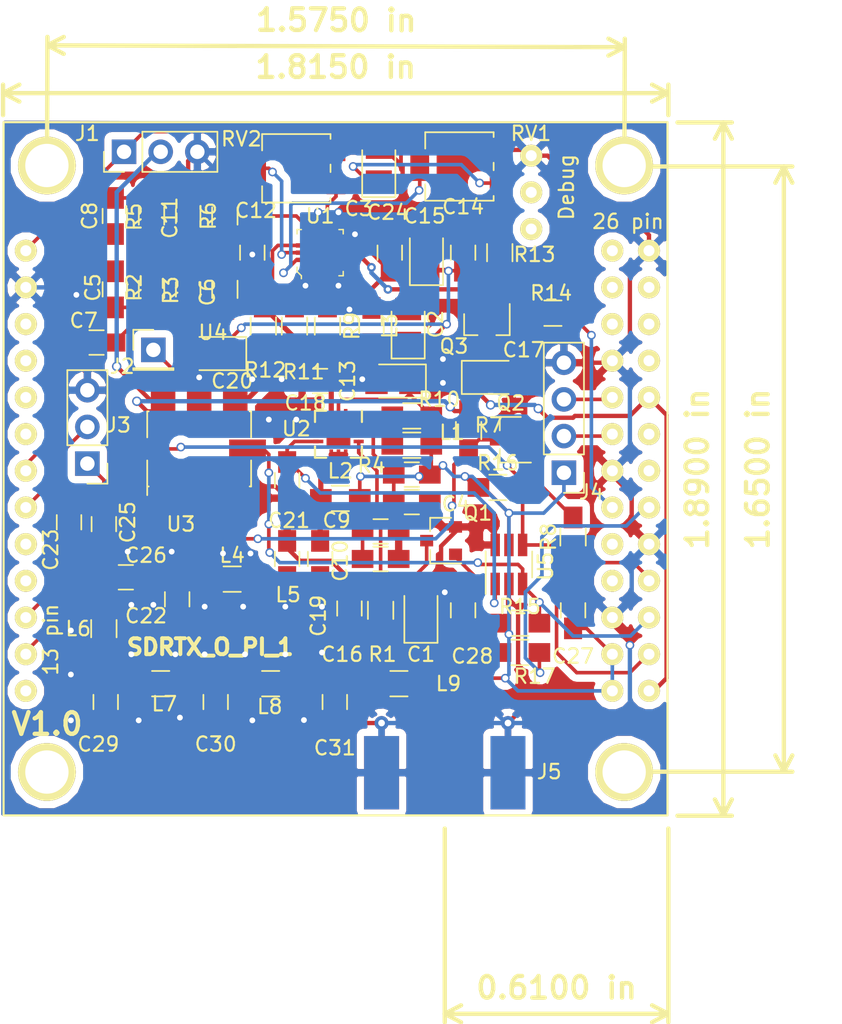
<source format=kicad_pcb>
(kicad_pcb (version 4) (host pcbnew 4.0.7-e2-6376~61~ubuntu18.04.1)
  (layers (0 F.Cu signal) (31 B.Cu signal) (34 B.Paste user) (35 F.Paste user) (36 B.SilkS user) (37 F.SilkS user) (38 B.Mask user) (39 F.Mask user) (44 Edge.Cuts user))
  (net 0 "")
  (net 1 +5V)
  (net 2 GND)
  (net 3 "Net-(C4-Pad2)")
  (net 4 "Net-(C5-Pad1)")
  (net 5 "Net-(C5-Pad2)")
  (net 6 "Net-(C6-Pad1)")
  (net 7 "Net-(C7-Pad1)")
  (net 8 "Net-(C8-Pad1)")
  (net 9 "Net-(C8-Pad2)")
  (net 10 "Net-(C11-Pad1)")
  (net 11 "Net-(C12-Pad1)")
  (net 12 +3V3)
  (net 13 "Net-(C18-Pad2)")
  (net 14 "Net-(C19-Pad1)")
  (net 15 "Net-(C19-Pad2)")
  (net 16 PDet)
  (net 17 "Net-(C22-Pad2)")
  (net 18 "Net-(C23-Pad1)")
  (net 19 "Net-(C23-Pad2)")
  (net 20 "Net-(C24-Pad2)")
  (net 21 "Net-(C25-Pad1)")
  (net 22 "Net-(C25-Pad2)")
  (net 23 "Net-(C26-Pad1)")
  (net 24 "Net-(C29-Pad2)")
  (net 25 "Net-(C30-Pad2)")
  (net 26 "Net-(C31-Pad2)")
  (net 27 "Net-(J2-Pad1)")
  (net 28 "Net-(J4-Pad2)")
  (net 29 "Net-(J4-Pad3)")
  (net 30 "Net-(J5-Pad1)")
  (net 31 PA01)
  (net 32 "Net-(Q1-Pad3)")
  (net 33 "Net-(Q2-Pad1)")
  (net 34 "Net-(Q2-Pad3)")
  (net 35 "Net-(Q3-Pad1)")
  (net 36 "Net-(Q3-Pad3)")
  (net 37 "Net-(R4-Pad1)")
  (net 38 PA06)
  (net 39 "Net-(R9-Pad1)")
  (net 40 "Net-(R11-Pad2)")
  (net 41 "Net-(R10-Pad1)")
  (net 42 "Net-(R12-Pad2)")
  (net 43 PA07)
  (net 44 SLC)
  (net 45 SDA)
  (net 46 "Net-(RV1-Pad2)")
  (net 47 "Net-(RV2-Pad2)")
  (net 48 "Net-(U2-Pad5)")
  (net 49 "Net-(U3-Pad1)")
  (net 50 "Net-(U4-Pad3)")
  (net 51 "Net-(U4-Pad4)")
  (net 52 "Net-(U4-Pad5)")
  (net 53 "Net-(U4-Pad6)")
  (net 54 "Net-(U4-Pad9)")
  (net 55 "Net-(U4-Pad10)")
  (net 56 "Net-(U4-Pad13)")
  (net 57 "Net-(U4-Pad108)")
  (net 58 "Net-(U4-Pad110)")
  (net 59 "Net-(U4-Pad113)")
  (net 60 "Net-(U4-Pad115)")
  (net 61 "Net-(U4-Pad119)")
  (net 62 "Net-(U4-Pad121)")
  (net 63 "Net-(U4-Pad122)")
  (net 64 "Net-(U4-Pad123)")
  (net 65 "Net-(U4-Pad124)")
  (net 66 "Net-(U4-Pad126)")
  (net 67 "Net-(U4-Pad202)")
  (net 68 "Net-(U4-Pad203)")
  (net 69 "Net-(Q1-Pad1)")
  (net 70 "Net-(U2-Pad4)")
  (module Capacitors_Tantalum_SMD:CP_Tantalum_Case-R_EIA-2012-12_Reflow (layer F.Cu) (at 177.419 90.805 90)
    (fp_text reference C1 (at -3.048 0 360) (layer F.SilkS))
    (fp_text value "1uF 16V")
    (pad 1 smd rect (at -1.175 0 90) (size 1.55 1.8) (layers F.Cu F.Paste F.Mask) (net 1 +5V))
    (pad 2 smd rect (at 1.175 0 90) (size 1.55 1.8) (layers F.Cu F.Paste F.Mask) (net 2 GND))
  )
  (module Capacitors_Tantalum_SMD:CP_Tantalum_Case-R_EIA-2012-12_Reflow (layer F.Cu) (at 176.53 71.12 90)
    (fp_text reference C2 (at 0.127 1.905 90) (layer F.SilkS))
    (fp_text value "1uF 16V")
    (pad 1 smd rect (at -1.175 0 90) (size 1.55 1.8) (layers F.Cu F.Paste F.Mask) (net 1 +5V))
    (pad 2 smd rect (at 1.175 0 90) (size 1.55 1.8) (layers F.Cu F.Paste F.Mask) (net 2 GND))
  )
  (module Capacitors_Tantalum_SMD:CP_Tantalum_Case-R_EIA-2012-12_Reflow (layer F.Cu) (at 174.498 59.944 90)
    (fp_text reference C3 (at -3.048 -1.397 180) (layer F.SilkS))
    (fp_text value "1uF 16V")
    (pad 1 smd rect (at -1.175 0 90) (size 1.55 1.8) (layers F.Cu F.Paste F.Mask) (net 1 +5V))
    (pad 2 smd rect (at 1.175 0 90) (size 1.55 1.8) (layers F.Cu F.Paste F.Mask) (net 2 GND))
  )
  (module Capacitors_SMD:C_0805_HandSoldering (layer F.Cu) (at 176.784 83.312 180)
    (fp_text reference C4 (at -3.048 -0.127 180) (layer F.SilkS))
    (fp_text value 3.3pF)
    (pad 1 smd rect (at -1.25 0 180) (size 1.5 1.25) (layers F.Cu F.Paste F.Mask) (net 2 GND))
    (pad 2 smd rect (at 1.25 0 180) (size 1.5 1.25) (layers F.Cu F.Paste F.Mask) (net 3 "Net-(C4-Pad2)"))
  )
  (module Capacitors_SMD:C_0805_HandSoldering (layer F.Cu) (at 156.21 68.58 270)
    (fp_text reference C5 (at -0.127 1.524 270) (layer F.SilkS))
    (fp_text value "10uF 16V")
    (pad 1 smd rect (at -1.25 0 270) (size 1.5 1.25) (layers F.Cu F.Paste F.Mask) (net 4 "Net-(C5-Pad1)"))
    (pad 2 smd rect (at 1.25 0 270) (size 1.5 1.25) (layers F.Cu F.Paste F.Mask) (net 5 "Net-(C5-Pad2)"))
  )
  (module Capacitors_SMD:C_0805_HandSoldering (layer F.Cu) (at 161.29 68.58 270)
    (fp_text reference C6 (at 0.1905 -1.3335 270) (layer F.SilkS))
    (fp_text value 2200pF)
    (pad 1 smd rect (at -1.25 0 270) (size 1.5 1.25) (layers F.Cu F.Paste F.Mask) (net 6 "Net-(C6-Pad1)"))
    (pad 2 smd rect (at 1.25 0 270) (size 1.5 1.25) (layers F.Cu F.Paste F.Mask) (net 2 GND))
  )
  (module Capacitors_SMD:C_0805_HandSoldering (layer F.Cu) (at 154.94 72.263 180)
    (fp_text reference C7 (at 0.889 1.524 180) (layer F.SilkS))
    (fp_text value 2200pF)
    (pad 1 smd rect (at -1.25 0 180) (size 1.5 1.25) (layers F.Cu F.Paste F.Mask) (net 7 "Net-(C7-Pad1)"))
    (pad 2 smd rect (at 1.25 0 180) (size 1.5 1.25) (layers F.Cu F.Paste F.Mask) (net 2 GND))
  )
  (module Capacitors_SMD:C_0805_HandSoldering (layer F.Cu) (at 156.21 63.5 90)
    (fp_text reference C8 (at 0 -1.75 90) (layer F.SilkS))
    (fp_text value "10uF 16V")
    (pad 1 smd rect (at -1.25 0 90) (size 1.5 1.25) (layers F.Cu F.Paste F.Mask) (net 8 "Net-(C8-Pad1)"))
    (pad 2 smd rect (at 1.25 0 90) (size 1.5 1.25) (layers F.Cu F.Paste F.Mask) (net 9 "Net-(C8-Pad2)"))
  )
  (module Capacitors_SMD:C_0805_HandSoldering (layer F.Cu) (at 174.625 85.344 180)
    (fp_text reference C9 (at 3.048 0.762 360) (layer F.SilkS))
    (fp_text value 1nF)
    (pad 1 smd rect (at -1.25 0 180) (size 1.5 1.25) (layers F.Cu F.Paste F.Mask) (net 2 GND))
    (pad 2 smd rect (at 1.25 0 180) (size 1.5 1.25) (layers F.Cu F.Paste F.Mask) (net 1 +5V))
  )
  (module Capacitors_SMD:C_0805_HandSoldering (layer F.Cu) (at 174.625 87.249)
    (fp_text reference C10 (at -2.794 0.127 90) (layer F.SilkS))
    (fp_text value "4.7uF 16V")
    (pad 1 smd rect (at -1.25 0) (size 1.5 1.25) (layers F.Cu F.Paste F.Mask) (net 1 +5V))
    (pad 2 smd rect (at 1.25 0) (size 1.5 1.25) (layers F.Cu F.Paste F.Mask) (net 2 GND))
  )
  (module Capacitors_SMD:C_0805_HandSoldering (layer F.Cu) (at 161.29 63.5 90)
    (fp_text reference C11 (at -0.127 -1.27 90) (layer F.SilkS))
    (fp_text value 2200pF)
    (pad 1 smd rect (at -1.25 0 90) (size 1.5 1.25) (layers F.Cu F.Paste F.Mask) (net 10 "Net-(C11-Pad1)"))
    (pad 2 smd rect (at 1.25 0 90) (size 1.5 1.25) (layers F.Cu F.Paste F.Mask) (net 2 GND))
  )
  (module Capacitors_SMD:C_0805_HandSoldering (layer F.Cu) (at 165.735 66.04 270)
    (fp_text reference C12 (at -2.921 -0.254 360) (layer F.SilkS))
    (fp_text value 2200pF)
    (pad 1 smd rect (at -1.25 0 270) (size 1.5 1.25) (layers F.Cu F.Paste F.Mask) (net 11 "Net-(C12-Pad1)"))
    (pad 2 smd rect (at 1.25 0 270) (size 1.5 1.25) (layers F.Cu F.Paste F.Mask) (net 2 GND))
  )
  (module Capacitors_Tantalum_SMD:CP_Tantalum_Case-R_EIA-2012-12_Reflow (layer F.Cu) (at 175.514 74.93 180)
    (fp_text reference C13 (at 3.175 0 450) (layer F.SilkS))
    (fp_text value "1uF 16V")
    (pad 1 smd rect (at -1.175 0 180) (size 1.55 1.8) (layers F.Cu F.Paste F.Mask) (net 1 +5V))
    (pad 2 smd rect (at 1.175 0 180) (size 1.55 1.8) (layers F.Cu F.Paste F.Mask) (net 2 GND))
  )
  (module Capacitors_SMD:C_0805_HandSoldering (layer F.Cu) (at 180.34 66.04 270)
    (fp_text reference C14 (at -3.175 0 360) (layer F.SilkS))
    (fp_text value 1nF)
    (pad 1 smd rect (at -1.25 0 270) (size 1.5 1.25) (layers F.Cu F.Paste F.Mask) (net 2 GND))
    (pad 2 smd rect (at 1.25 0 270) (size 1.5 1.25) (layers F.Cu F.Paste F.Mask) (net 1 +5V))
  )
  (module Capacitors_Tantalum_SMD:CP_Tantalum_Case-R_EIA-2012-12_Reflow (layer F.Cu) (at 177.8 66.04 90)
    (fp_text reference C15 (at 2.54 -0.127 180) (layer F.SilkS))
    (fp_text value "1uF 16V")
    (pad 1 smd rect (at -1.175 0 90) (size 1.55 1.8) (layers F.Cu F.Paste F.Mask) (net 1 +5V))
    (pad 2 smd rect (at 1.175 0 90) (size 1.55 1.8) (layers F.Cu F.Paste F.Mask) (net 2 GND))
  )
  (module Capacitors_SMD:C_0805_HandSoldering (layer F.Cu) (at 172.466 90.678 270)
    (fp_text reference C16 (at 3.175 0.508 360) (layer F.SilkS))
    (fp_text value 100pF)
    (pad 1 smd rect (at -1.25 0 270) (size 1.5 1.25) (layers F.Cu F.Paste F.Mask) (net 2 GND))
    (pad 2 smd rect (at 1.25 0 270) (size 1.5 1.25) (layers F.Cu F.Paste F.Mask) (net 1 +5V))
  )
  (module Capacitors_Tantalum_SMD:CP_Tantalum_Case-R_EIA-2012-12_Reflow (layer F.Cu) (at 182.499 74.676)
    (fp_text reference C17 (at 2.032 -1.905) (layer F.SilkS))
    (fp_text value "1uF 16V")
    (pad 1 smd rect (at -1.175 0) (size 1.55 1.8) (layers F.Cu F.Paste F.Mask) (net 12 +3V3))
    (pad 2 smd rect (at 1.175 0) (size 1.55 1.8) (layers F.Cu F.Paste F.Mask) (net 2 GND))
  )
  (module Capacitors_SMD:C_0805_HandSoldering (layer F.Cu) (at 170.434 74.93)
    (fp_text reference C18 (at -1.016 1.524 180) (layer F.SilkS))
    (fp_text value 27pF)
    (pad 1 smd rect (at -1.25 0) (size 1.5 1.25) (layers F.Cu F.Paste F.Mask) (net 2 GND))
    (pad 2 smd rect (at 1.25 0) (size 1.5 1.25) (layers F.Cu F.Paste F.Mask) (net 13 "Net-(C18-Pad2)"))
  )
  (module Capacitors_SMD:C_0805_HandSoldering (layer F.Cu) (at 170.434 87.249 90)
    (fp_text reference C19 (at -3.937 -0.127 90) (layer F.SilkS))
    (fp_text value 220pF)
    (pad 1 smd rect (at -1.25 0 90) (size 1.5 1.25) (layers F.Cu F.Paste F.Mask) (net 14 "Net-(C19-Pad1)"))
    (pad 2 smd rect (at 1.25 0 90) (size 1.5 1.25) (layers F.Cu F.Paste F.Mask) (net 15 "Net-(C19-Pad2)"))
  )
  (module Capacitors_Tantalum_SMD:CP_Tantalum_Case-R_EIA-2012-12_Reflow (layer F.Cu) (at 163.068 73.025 180)
    (fp_text reference C20 (at -1.27 -1.905 180) (layer F.SilkS))
    (fp_text value "1uF 16V")
    (pad 1 smd rect (at -1.175 0 180) (size 1.55 1.8) (layers F.Cu F.Paste F.Mask) (net 1 +5V))
    (pad 2 smd rect (at 1.175 0 180) (size 1.55 1.8) (layers F.Cu F.Paste F.Mask) (net 2 GND))
  )
  (module Capacitors_SMD:C_0805_HandSoldering (layer F.Cu) (at 168.148 81.788 90)
    (fp_text reference C21 (at -2.794 0.127 180) (layer F.SilkS))
    (fp_text value 100pF)
    (pad 1 smd rect (at -1.25 0 90) (size 1.5 1.25) (layers F.Cu F.Paste F.Mask) (net 2 GND))
    (pad 2 smd rect (at 1.25 0 90) (size 1.5 1.25) (layers F.Cu F.Paste F.Mask) (net 16 PDet))
  )
  (module Capacitors_SMD:C_0805_HandSoldering (layer F.Cu) (at 160.528 90.043 90)
    (fp_text reference C22 (at -1.143 -2.159 180) (layer F.SilkS))
    (fp_text value 33pF)
    (pad 1 smd rect (at -1.25 0 90) (size 1.5 1.25) (layers F.Cu F.Paste F.Mask) (net 2 GND))
    (pad 2 smd rect (at 1.25 0 90) (size 1.5 1.25) (layers F.Cu F.Paste F.Mask) (net 17 "Net-(C22-Pad2)"))
  )
  (module Capacitors_SMD:C_0805_HandSoldering (layer F.Cu) (at 153.035 84.709 270)
    (fp_text reference C23 (at 1.905 1.27 270) (layer F.SilkS))
    (fp_text value "10uF 16V")
    (pad 1 smd rect (at -1.25 0 270) (size 1.5 1.25) (layers F.Cu F.Paste F.Mask) (net 18 "Net-(C23-Pad1)"))
    (pad 2 smd rect (at 1.25 0 270) (size 1.5 1.25) (layers F.Cu F.Paste F.Mask) (net 19 "Net-(C23-Pad2)"))
  )
  (module Capacitors_SMD:C_0805_HandSoldering (layer F.Cu) (at 175.26 66.04 270)
    (fp_text reference C24 (at -2.794 0.127 360) (layer F.SilkS))
    (fp_text value 15pF)
    (pad 1 smd rect (at -1.25 0 270) (size 1.5 1.25) (layers F.Cu F.Paste F.Mask) (net 2 GND))
    (pad 2 smd rect (at 1.25 0 270) (size 1.5 1.25) (layers F.Cu F.Paste F.Mask) (net 20 "Net-(C24-Pad2)"))
  )
  (module Capacitors_SMD:C_0805_HandSoldering (layer F.Cu) (at 155.448 84.836 270)
    (fp_text reference C25 (at -0.127 -1.651 270) (layer F.SilkS))
    (fp_text value "10uF 16V")
    (pad 1 smd rect (at -1.25 0 270) (size 1.5 1.25) (layers F.Cu F.Paste F.Mask) (net 21 "Net-(C25-Pad1)"))
    (pad 2 smd rect (at 1.25 0 270) (size 1.5 1.25) (layers F.Cu F.Paste F.Mask) (net 22 "Net-(C25-Pad2)"))
  )
  (module Capacitors_SMD:C_0805_HandSoldering (layer F.Cu) (at 156.972 88.519)
    (fp_text reference C26 (at 1.397 -1.524 180) (layer F.SilkS))
    (fp_text value 220pF)
    (pad 1 smd rect (at -1.25 0) (size 1.5 1.25) (layers F.Cu F.Paste F.Mask) (net 23 "Net-(C26-Pad1)"))
    (pad 2 smd rect (at 1.25 0) (size 1.5 1.25) (layers F.Cu F.Paste F.Mask) (net 17 "Net-(C22-Pad2)"))
  )
  (module Capacitors_SMD:C_0805_HandSoldering (layer F.Cu) (at 187.96 90.805 270)
    (fp_text reference C27 (at 3.175 0 360) (layer F.SilkS))
    (fp_text value 100nF)
    (pad 1 smd rect (at -1.25 0 270) (size 1.5 1.25) (layers F.Cu F.Paste F.Mask) (net 2 GND))
    (pad 2 smd rect (at 1.25 0 270) (size 1.5 1.25) (layers F.Cu F.Paste F.Mask) (net 1 +5V))
  )
  (module Capacitors_SMD:C_0805_HandSoldering (layer F.Cu) (at 180.34 90.805 90)
    (fp_text reference C28 (at -3.175 0.635 180) (layer F.SilkS))
    (fp_text value "10uF 16V")
    (pad 1 smd rect (at -1.25 0 90) (size 1.5 1.25) (layers F.Cu F.Paste F.Mask) (net 1 +5V))
    (pad 2 smd rect (at 1.25 0 90) (size 1.5 1.25) (layers F.Cu F.Paste F.Mask) (net 2 GND))
  )
  (module Capacitors_SMD:C_0805_HandSoldering (layer F.Cu) (at 155.575 97.155 90)
    (fp_text reference C29 (at -2.921 -0.508 180) (layer F.SilkS))
    (fp_text value 33pF)
    (pad 1 smd rect (at -1.25 0 90) (size 1.5 1.25) (layers F.Cu F.Paste F.Mask) (net 2 GND))
    (pad 2 smd rect (at 1.25 0 90) (size 1.5 1.25) (layers F.Cu F.Paste F.Mask) (net 24 "Net-(C29-Pad2)"))
  )
  (module Capacitors_SMD:C_0805_HandSoldering (layer F.Cu) (at 163.195 97.155 90)
    (fp_text reference C30 (at -2.921 0 180) (layer F.SilkS))
    (fp_text value 33pF)
    (pad 1 smd rect (at -1.25 0 90) (size 1.5 1.25) (layers F.Cu F.Paste F.Mask) (net 2 GND))
    (pad 2 smd rect (at 1.25 0 90) (size 1.5 1.25) (layers F.Cu F.Paste F.Mask) (net 25 "Net-(C30-Pad2)"))
  )
  (module Capacitors_SMD:C_0805_HandSoldering (layer F.Cu) (at 171.45 97.155 90)
    (fp_text reference C31 (at -3.175 0 180) (layer F.SilkS))
    (fp_text value 33pF)
    (pad 1 smd rect (at -1.25 0 90) (size 1.5 1.25) (layers F.Cu F.Paste F.Mask) (net 2 GND))
    (pad 2 smd rect (at 1.25 0 90) (size 1.5 1.25) (layers F.Cu F.Paste F.Mask) (net 26 "Net-(C31-Pad2)"))
  )
  (module Pin_Headers:Pin_Header_Straight_1x03_Pitch2.54mm (layer F.Cu) (at 156.845 59.055 90)
    (fp_text reference J1 (at 1.27 -2.54 180) (layer F.SilkS))
    (fp_text value CONN_01X03)
    (pad 1 thru_hole rect (at 0 0 90) (size 1.7 1.7) (drill 1) (layers *.Cu *.Mask) (net 1 +5V))
    (pad 2 thru_hole oval (at 0 2.54 90) (size 1.7 1.7) (drill 1) (layers *.Cu *.Mask) (net 12 +3V3))
    (pad 3 thru_hole oval (at 0 5.08 90) (size 1.7 1.7) (drill 1) (layers *.Cu *.Mask) (net 2 GND))
  )
  (module Pin_Headers:Pin_Header_Straight_1x01_Pitch2.54mm (layer F.Cu) (at 158.877 72.771)
    (fp_text reference J2 (at -2.159 1.143) (layer F.SilkS))
    (fp_text value TEST_1P)
    (pad 1 thru_hole rect (at 0 0) (size 1.7 1.7) (drill 1) (layers *.Cu *.Mask) (net 27 "Net-(J2-Pad1)"))
  )
  (module Pin_Headers:Pin_Header_Straight_1x03_Pitch2.54mm (layer F.Cu) (at 154.305 80.645 180)
    (fp_text reference J3 (at -2.159 2.667 180) (layer F.SilkS))
    (fp_text value Audio-Jack-3)
    (pad 1 thru_hole rect (at 0 0 180) (size 1.7 1.7) (drill 1) (layers *.Cu *.Mask) (net 21 "Net-(C25-Pad1)"))
    (pad 2 thru_hole oval (at 0 2.54 180) (size 1.7 1.7) (drill 1) (layers *.Cu *.Mask) (net 18 "Net-(C23-Pad1)"))
    (pad 3 thru_hole oval (at 0 5.08 180) (size 1.7 1.7) (drill 1) (layers *.Cu *.Mask) (net 2 GND))
  )
  (module Pin_Headers:Pin_Header_Straight_1x04_Pitch2.54mm (layer F.Cu) (at 187.325 81.28 180)
    (fp_text reference J4 (at -1.905 -1.3335 180) (layer F.SilkS))
    (fp_text value CONN_01X04)
    (pad 1 thru_hole rect (at 0 0 180) (size 1.7 1.7) (drill 1) (layers *.Cu *.Mask) (net 1 +5V))
    (pad 2 thru_hole oval (at 0 2.54 180) (size 1.7 1.7) (drill 1) (layers *.Cu *.Mask) (net 28 "Net-(J4-Pad2)"))
    (pad 3 thru_hole oval (at 0 5.08 180) (size 1.7 1.7) (drill 1) (layers *.Cu *.Mask) (net 29 "Net-(J4-Pad3)"))
    (pad 4 thru_hole oval (at 0 7.62 180) (size 1.7 1.7) (drill 1) (layers *.Cu *.Mask) (net 2 GND))
  )
  (module Connectors_Molex:Molex_SMA_Jack_Edge_Mount (layer F.Cu) (at 179.07 100.33 90)
    (fp_text reference J5 (at -1.651 7.239 180) (layer F.SilkS))
    (fp_text value "SMA Edge FM")
    (pad 1 smd rect (at -1.72 0 90) (size 5.08 2.29) (layers F.Cu F.Paste F.Mask) (net 30 "Net-(J5-Pad1)"))
    (pad 2 smd rect (at -1.72 -4.38 90) (size 5.08 2.42) (layers F.Cu F.Paste F.Mask) (net 2 GND))
    (pad 2 smd rect (at -1.72 4.38 90) (size 5.08 2.42) (layers F.Cu F.Paste F.Mask) (net 2 GND))
    (pad 2 smd rect (at -1.72 -4.38 90) (size 5.08 2.42) (layers B.Cu B.Paste B.Mask) (net 2 GND))
    (pad 2 smd rect (at -1.72 4.38 90) (size 5.08 2.42) (layers B.Cu B.Paste B.Mask) (net 2 GND))
    (pad 2 thru_hole circle (at 1.72 -4.38 90) (size 0.97 0.97) (drill 0.46) (layers *.Cu) (net 2 GND))
    (pad 2 thru_hole circle (at 1.72 4.38 90) (size 0.97 0.97) (drill 0.46) (layers *.Cu) (net 2 GND))
    (pad 2 smd rect (at 1.27 -4.38 90) (size 0.89 0.46) (layers F.Cu) (net 2 GND))
    (pad 2 smd rect (at 1.27 4.38 90) (size 0.89 0.46) (layers F.Cu) (net 2 GND))
    (pad 2 smd rect (at 1.27 -4.38 90) (size 0.89 0.46) (layers B.Cu) (net 2 GND))
    (pad 2 smd rect (at 1.27 4.38 90) (size 0.89 0.46) (layers B.Cu) (net 2 GND))
  )
  (module Capacitors_SMD:C_0805_HandSoldering (layer F.Cu) (at 176.784 81.407 180)
    (fp_text reference L1 (at -2.794 2.921 180) (layer F.SilkS))
    (fp_text value 33nF)
    (pad 1 smd rect (at -1.25 0 180) (size 1.5 1.25) (layers F.Cu F.Paste F.Mask) (net 1 +5V))
    (pad 2 smd rect (at 1.25 0 180) (size 1.5 1.25) (layers F.Cu F.Paste F.Mask) (net 3 "Net-(C4-Pad2)"))
  )
  (module Inductors_SMD:L_0805_HandSoldering (layer F.Cu) (at 171.831 83.058 180)
    (fp_text reference L2 (at 0 1.905 180) (layer F.SilkS))
    (fp_text value 33nH)
    (pad 1 smd rect (at -1.35 0 180) (size 1.5 1.3) (layers F.Cu F.Paste F.Mask) (net 1 +5V))
    (pad 2 smd rect (at 1.35 0 180) (size 1.5 1.3) (layers F.Cu F.Paste F.Mask) (net 15 "Net-(C19-Pad2)"))
  )
  (module Capacitors_SMD:C_0805_HandSoldering (layer F.Cu) (at 173.99 71.12 90)
    (fp_text reference L3 (at 0 1.27 90) (layer F.SilkS))
    (fp_text value 22nF)
    (pad 1 smd rect (at -1.25 0 90) (size 1.5 1.25) (layers F.Cu F.Paste F.Mask) (net 13 "Net-(C18-Pad2)"))
    (pad 2 smd rect (at 1.25 0 90) (size 1.5 1.25) (layers F.Cu F.Paste F.Mask) (net 20 "Net-(C24-Pad2)"))
  )
  (module Inductors_SMD:L_0805_HandSoldering (layer F.Cu) (at 164.338 88.646 180)
    (fp_text reference L4 (at 0 1.651 180) (layer F.SilkS))
    (fp_text value 33nH)
    (pad 1 smd rect (at -1.35 0 180) (size 1.5 1.3) (layers F.Cu F.Paste F.Mask) (net 14 "Net-(C19-Pad1)"))
    (pad 2 smd rect (at 1.35 0 180) (size 1.5 1.3) (layers F.Cu F.Paste F.Mask) (net 17 "Net-(C22-Pad2)"))
  )
  (module Capacitors_SMD:C_0805_HandSoldering (layer F.Cu) (at 168.148 87.249 90)
    (fp_text reference L5 (at -2.4765 0.0635 180) (layer F.SilkS))
    (fp_text value 33nF)
    (pad 1 smd rect (at -1.25 0 90) (size 1.5 1.25) (layers F.Cu F.Paste F.Mask) (net 14 "Net-(C19-Pad1)"))
    (pad 2 smd rect (at 1.25 0 90) (size 1.5 1.25) (layers F.Cu F.Paste F.Mask) (net 2 GND))
  )
  (module Inductors_SMD:L_0805_HandSoldering (layer F.Cu) (at 155.448 92.075 90)
    (fp_text reference L6 (at 0 -1.778 360) (layer F.SilkS))
    (fp_text value 56nH)
    (pad 1 smd rect (at -1.35 0 90) (size 1.5 1.3) (layers F.Cu F.Paste F.Mask) (net 24 "Net-(C29-Pad2)"))
    (pad 2 smd rect (at 1.35 0 90) (size 1.5 1.3) (layers F.Cu F.Paste F.Mask) (net 23 "Net-(C26-Pad1)"))
  )
  (module Inductors_SMD:L_0805_HandSoldering (layer F.Cu) (at 159.385 95.885 180)
    (fp_text reference L7 (at -0.254 -1.397 180) (layer F.SilkS))
    (fp_text value 110nH)
    (pad 1 smd rect (at -1.35 0 180) (size 1.5 1.3) (layers F.Cu F.Paste F.Mask) (net 25 "Net-(C30-Pad2)"))
    (pad 2 smd rect (at 1.35 0 180) (size 1.5 1.3) (layers F.Cu F.Paste F.Mask) (net 24 "Net-(C29-Pad2)"))
  )
  (module Inductors_SMD:L_0805_HandSoldering (layer F.Cu) (at 167.005 95.885 180)
    (fp_text reference L8 (at 0.0635 -1.5875 180) (layer F.SilkS))
    (fp_text value 110nH)
    (pad 1 smd rect (at -1.35 0 180) (size 1.5 1.3) (layers F.Cu F.Paste F.Mask) (net 26 "Net-(C31-Pad2)"))
    (pad 2 smd rect (at 1.35 0 180) (size 1.5 1.3) (layers F.Cu F.Paste F.Mask) (net 25 "Net-(C30-Pad2)"))
  )
  (module Inductors_SMD:L_0805_HandSoldering (layer F.Cu) (at 175.895 95.885 180)
    (fp_text reference L9 (at -3.429 0 180) (layer F.SilkS))
    (fp_text value 56nH)
    (pad 1 smd rect (at -1.35 0 180) (size 1.5 1.3) (layers F.Cu F.Paste F.Mask) (net 30 "Net-(J5-Pad1)"))
    (pad 2 smd rect (at 1.35 0 180) (size 1.5 1.3) (layers F.Cu F.Paste F.Mask) (net 26 "Net-(C31-Pad2)"))
  )
  (module TO_SOT_Packages_SMD:SOT-23 (layer F.Cu) (at 178.816 85.979 180)
    (fp_text reference Q1 (at -2.54 1.905 180) (layer F.SilkS))
    (fp_text value BC817-40)
    (pad 1 smd rect (at -1 -0.95 180) (size 0.9 0.8) (layers F.Cu F.Paste F.Mask) (net 69 "Net-(Q1-Pad1)"))
    (pad 2 smd rect (at -1 0.95 180) (size 0.9 0.8) (layers F.Cu F.Paste F.Mask) (net 2 GND))
    (pad 3 smd rect (at 1 0 180) (size 0.9 0.8) (layers F.Cu F.Paste F.Mask) (net 32 "Net-(Q1-Pad3)"))
  )
  (module TO_SOT_Packages_SMD:SOT-23 (layer F.Cu) (at 183.642 78.994 180)
    (fp_text reference Q2 (at 0 2.54 180) (layer F.SilkS))
    (fp_text value BC817-40)
    (pad 1 smd rect (at -1 -0.95 180) (size 0.9 0.8) (layers F.Cu F.Paste F.Mask) (net 33 "Net-(Q2-Pad1)"))
    (pad 2 smd rect (at -1 0.95 180) (size 0.9 0.8) (layers F.Cu F.Paste F.Mask) (net 2 GND))
    (pad 3 smd rect (at 1 0 180) (size 0.9 0.8) (layers F.Cu F.Paste F.Mask) (net 34 "Net-(Q2-Pad3)"))
  )
  (module TO_SOT_Packages_SMD:SOT-23 (layer F.Cu) (at 181.991 70.993 270)
    (fp_text reference Q3 (at 1.524 2.286 360) (layer F.SilkS))
    (fp_text value BC817-40)
    (pad 1 smd rect (at -1 -0.95 270) (size 0.9 0.8) (layers F.Cu F.Paste F.Mask) (net 35 "Net-(Q3-Pad1)"))
    (pad 2 smd rect (at -1 0.95 270) (size 0.9 0.8) (layers F.Cu F.Paste F.Mask) (net 2 GND))
    (pad 3 smd rect (at 1 0 270) (size 0.9 0.8) (layers F.Cu F.Paste F.Mask) (net 36 "Net-(Q3-Pad3)"))
  )
  (module Resistors_SMD:R_0805_HandSoldering (layer F.Cu) (at 174.625 90.805 270)
    (fp_text reference R1 (at 3.048 -0.127 360) (layer F.SilkS))
    (fp_text value 10k)
    (pad 1 smd rect (at -1.35 0 270) (size 1.5 1.3) (layers F.Cu F.Paste F.Mask) (net 32 "Net-(Q1-Pad3)"))
    (pad 2 smd rect (at 1.35 0 270) (size 1.5 1.3) (layers F.Cu F.Paste F.Mask) (net 1 +5V))
  )
  (module Resistors_SMD:R_0805_HandSoldering (layer F.Cu) (at 158.75 68.58 270)
    (fp_text reference R2 (at -0.127 1.2065 270) (layer F.SilkS))
    (fp_text value 1K)
    (pad 1 smd rect (at -1.35 0 270) (size 1.5 1.3) (layers F.Cu F.Paste F.Mask) (net 6 "Net-(C6-Pad1)"))
    (pad 2 smd rect (at 1.35 0 270) (size 1.5 1.3) (layers F.Cu F.Paste F.Mask) (net 5 "Net-(C5-Pad2)"))
  )
  (module Resistors_SMD:R_0805_HandSoldering (layer F.Cu) (at 163.83 68.58 90)
    (fp_text reference R3 (at -0.0635 -3.7465 90) (layer F.SilkS))
    (fp_text value 1K)
    (pad 1 smd rect (at -1.35 0 90) (size 1.5 1.3) (layers F.Cu F.Paste F.Mask) (net 7 "Net-(C7-Pad1)"))
    (pad 2 smd rect (at 1.35 0 90) (size 1.5 1.3) (layers F.Cu F.Paste F.Mask) (net 6 "Net-(C6-Pad1)"))
  )
  (module Resistors_SMD:R_0805_HandSoldering (layer F.Cu) (at 176.784 79.375)
    (fp_text reference R4 (at -2.794 1.397) (layer F.SilkS))
    (fp_text value 1k8)
    (pad 1 smd rect (at -1.35 0) (size 1.5 1.3) (layers F.Cu F.Paste F.Mask) (net 37 "Net-(R4-Pad1)"))
    (pad 2 smd rect (at 1.35 0) (size 1.5 1.3) (layers F.Cu F.Paste F.Mask) (net 1 +5V))
  )
  (module Resistors_SMD:R_0805_HandSoldering (layer F.Cu) (at 158.75 63.5 90)
    (fp_text reference R5 (at -0.0635 -1.2065 90) (layer F.SilkS))
    (fp_text value 1K)
    (pad 1 smd rect (at -1.35 0 90) (size 1.5 1.3) (layers F.Cu F.Paste F.Mask) (net 10 "Net-(C11-Pad1)"))
    (pad 2 smd rect (at 1.35 0 90) (size 1.5 1.3) (layers F.Cu F.Paste F.Mask) (net 9 "Net-(C8-Pad2)"))
  )
  (module Resistors_SMD:R_0805_HandSoldering (layer F.Cu) (at 163.83 63.5 270)
    (fp_text reference R6 (at 0 1.143 270) (layer F.SilkS))
    (fp_text value 1K)
    (pad 1 smd rect (at -1.35 0 270) (size 1.5 1.3) (layers F.Cu F.Paste F.Mask) (net 11 "Net-(C12-Pad1)"))
    (pad 2 smd rect (at 1.35 0 270) (size 1.5 1.3) (layers F.Cu F.Paste F.Mask) (net 10 "Net-(C11-Pad1)"))
  )
  (module Resistors_SMD:R_0805_HandSoldering (layer F.Cu) (at 180.721 78.359 90)
    (fp_text reference R7 (at 0.381 1.397 180) (layer F.SilkS))
    (fp_text value 6k8)
    (pad 1 smd rect (at -1.35 0 90) (size 1.5 1.3) (layers F.Cu F.Paste F.Mask) (net 34 "Net-(Q2-Pad3)"))
    (pad 2 smd rect (at 1.35 0 90) (size 1.5 1.3) (layers F.Cu F.Paste F.Mask) (net 12 +3V3))
  )
  (module Resistors_SMD:R_0805_HandSoldering (layer F.Cu) (at 187.96 85.725 90)
    (fp_text reference R8 (at 0 -1.7 90) (layer F.SilkS))
    (fp_text value 6k8)
    (pad 1 smd rect (at -1.35 0 90) (size 1.5 1.3) (layers F.Cu F.Paste F.Mask) (net 38 PA06))
    (pad 2 smd rect (at 1.35 0 90) (size 1.5 1.3) (layers F.Cu F.Paste F.Mask) (net 33 "Net-(Q2-Pad1)"))
  )
  (module Resistors_SMD:R_0805_HandSoldering (layer F.Cu) (at 170.942 71.12 270)
    (fp_text reference R9 (at 0 -1.7 270) (layer F.SilkS))
    (fp_text value 0)
    (pad 1 smd rect (at -1.35 0 270) (size 1.5 1.3) (layers F.Cu F.Paste F.Mask) (net 39 "Net-(R9-Pad1)"))
    (pad 2 smd rect (at 1.35 0 270) (size 1.5 1.3) (layers F.Cu F.Paste F.Mask) (net 40 "Net-(R11-Pad2)"))
  )
  (module Resistors_SMD:R_0805_HandSoldering (layer F.Cu) (at 176.784 77.343)
    (fp_text reference R10 (at 1.905 -1.143) (layer F.SilkS))
    (fp_text value 2k2)
    (pad 1 smd rect (at -1.35 0) (size 1.5 1.3) (layers F.Cu F.Paste F.Mask) (net 41 "Net-(R10-Pad1)"))
    (pad 2 smd rect (at 1.35 0) (size 1.5 1.3) (layers F.Cu F.Paste F.Mask) (net 1 +5V))
  )
  (module Resistors_SMD:R_0805_HandSoldering (layer F.Cu) (at 168.656 71.12 270)
    (fp_text reference R11 (at 3.175 -0.635 360) (layer F.SilkS))
    (fp_text value OC)
    (pad 1 smd rect (at -1.35 0 270) (size 1.5 1.3) (layers F.Cu F.Paste F.Mask) (net 2 GND))
    (pad 2 smd rect (at 1.35 0 270) (size 1.5 1.3) (layers F.Cu F.Paste F.Mask) (net 40 "Net-(R11-Pad2)"))
  )
  (module Resistors_SMD:R_0805_HandSoldering (layer F.Cu) (at 166.497 71.12 270)
    (fp_text reference R12 (at 3.048 -0.127 360) (layer F.SilkS))
    (fp_text value 0)
    (pad 1 smd rect (at -1.35 0 270) (size 1.5 1.3) (layers F.Cu F.Paste F.Mask) (net 40 "Net-(R11-Pad2)"))
    (pad 2 smd rect (at 1.35 0 270) (size 1.5 1.3) (layers F.Cu F.Paste F.Mask) (net 42 "Net-(R12-Pad2)"))
  )
  (module Resistors_SMD:R_0805_HandSoldering (layer F.Cu) (at 182.88 66.04 270)
    (fp_text reference R13 (at 0.127 -2.413 540) (layer F.SilkS))
    (fp_text value 10k)
    (pad 1 smd rect (at -1.35 0 270) (size 1.5 1.3) (layers F.Cu F.Paste F.Mask) (net 1 +5V))
    (pad 2 smd rect (at 1.35 0 270) (size 1.5 1.3) (layers F.Cu F.Paste F.Mask) (net 36 "Net-(Q3-Pad3)"))
  )
  (module Resistors_SMD:R_0805_HandSoldering (layer F.Cu) (at 186.563 70.231 180)
    (fp_text reference R14 (at 0.127 1.397 360) (layer F.SilkS))
    (fp_text value 6k8)
    (pad 1 smd rect (at -1.35 0 180) (size 1.5 1.3) (layers F.Cu F.Paste F.Mask) (net 43 PA07))
    (pad 2 smd rect (at 1.35 0 180) (size 1.5 1.3) (layers F.Cu F.Paste F.Mask) (net 35 "Net-(Q3-Pad1)"))
  )
  (module Resistors_SMD:R_0805_HandSoldering (layer F.Cu) (at 184.277 91.694)
    (fp_text reference R15 (at 0 -1.143) (layer F.SilkS))
    (fp_text value 6k5)
    (pad 1 smd rect (at -1.35 0) (size 1.5 1.3) (layers F.Cu F.Paste F.Mask) (net 1 +5V))
    (pad 2 smd rect (at 1.35 0) (size 1.5 1.3) (layers F.Cu F.Paste F.Mask) (net 44 SLC))
  )
  (module Resistors_SMD:R_0805_HandSoldering (layer F.Cu) (at 182.753 82.296)
    (fp_text reference R16 (at 0 -1.7) (layer F.SilkS))
    (fp_text value 6k5)
    (pad 1 smd rect (at -1.35 0) (size 1.5 1.3) (layers F.Cu F.Paste F.Mask) (net 1 +5V))
    (pad 2 smd rect (at 1.35 0) (size 1.5 1.3) (layers F.Cu F.Paste F.Mask) (net 45 SDA))
  )
  (module Potentiometer_SMD:Potentiometer_Bourns_3314G_Vertical (layer F.Cu) (at 180.086 60.071 270)
    (fp_text reference RV1 (at -2.286 -4.953 360) (layer F.SilkS))
    (fp_text value 4k7)
    (pad 1 smd rect (at 1.15 -2.75 270) (size 1.3 1.3) (layers F.Cu F.Paste F.Mask) (net 1 +5V))
    (pad 2 smd rect (at 0 2.75 270) (size 2 1.3) (layers F.Cu F.Paste F.Mask) (net 46 "Net-(RV1-Pad2)"))
    (pad 3 smd rect (at -1.15 -2.75 270) (size 1.3 1.3) (layers F.Cu F.Paste F.Mask) (net 2 GND))
  )
  (module Potentiometer_SMD:Potentiometer_Bourns_3314G_Vertical (layer F.Cu) (at 168.783 60.198 270)
    (fp_text reference RV2 (at -2.032 3.81 360) (layer F.SilkS))
    (fp_text value 4k7)
    (pad 1 smd rect (at 1.15 -2.75 270) (size 1.3 1.3) (layers F.Cu F.Paste F.Mask) (net 1 +5V))
    (pad 2 smd rect (at 0 2.75 270) (size 2 1.3) (layers F.Cu F.Paste F.Mask) (net 47 "Net-(RV2-Pad2)"))
    (pad 3 smd rect (at -1.15 -2.75 270) (size 1.3 1.3) (layers F.Cu F.Paste F.Mask) (net 2 GND))
  )
  (module Housings_VQFN:VQFN-16_3x3mm (layer F.Cu) (at 170.434 66.04 90)
    (fp_text reference U1 (at 2.54 0 180) (layer F.SilkS))
    (fp_text value TRF3701)
    (pad 14 smd rect (at 0.5 -1.275 90) (size 0.305 0.813) (layers F.Cu F.Paste F.Mask) (net 7 "Net-(C7-Pad1)"))
    (pad 9 smd rect (at 1.275 1 90) (size 0.813 0.305) (layers F.Cu F.Paste F.Mask) (net 2 GND))
    (pad 6 smd rect (at -0.5 1.275 90) (size 0.305 0.813) (layers F.Cu F.Paste F.Mask) (net 1 +5V))
    (pad 1 smd rect (at -1.275 -1 90) (size 0.813 0.305) (layers F.Cu F.Paste F.Mask) (net 2 GND))
    (pad 2 smd rect (at -1.275 -0.5 90) (size 0.813 0.305) (layers F.Cu F.Paste F.Mask) (net 2 GND))
    (pad 3 smd rect (at -1.275 0 90) (size 0.813 0.305) (layers F.Cu F.Paste F.Mask) (net 2 GND))
    (pad 4 smd rect (at -1.275 0.5 90) (size 0.813 0.305) (layers F.Cu F.Paste F.Mask) (net 39 "Net-(R9-Pad1)"))
    (pad 5 smd rect (at -1.275 1 90) (size 0.813 0.305) (layers F.Cu F.Paste F.Mask) (net 2 GND))
    (pad 7 smd rect (at 0 1.275 90) (size 0.305 0.813) (layers F.Cu F.Paste F.Mask) (net 36 "Net-(Q3-Pad3)"))
    (pad 8 smd rect (at 0.5 1.275 90) (size 0.305 0.813) (layers F.Cu F.Paste F.Mask) (net 20 "Net-(C24-Pad2)"))
    (pad 10 smd rect (at 1.275 0.5 90) (size 0.813 0.305) (layers F.Cu F.Paste F.Mask) (net 1 +5V))
    (pad 11 smd rect (at 1.275 0 90) (size 0.813 0.305) (layers F.Cu F.Paste F.Mask) (net 2 GND))
    (pad 12 smd rect (at 1.275 -0.5 90) (size 0.813 0.305) (layers F.Cu F.Paste F.Mask) (net 2 GND))
    (pad 13 smd rect (at 1.275 -1 90) (size 0.813 0.305) (layers F.Cu F.Paste F.Mask) (net 11 "Net-(C12-Pad1)"))
    (pad 15 smd rect (at 0 -1.275 90) (size 0.305 0.813) (layers F.Cu F.Paste F.Mask) (net 47 "Net-(RV2-Pad2)"))
    (pad 16 smd rect (at -0.5 -1.275 90) (size 0.305 0.813) (layers F.Cu F.Paste F.Mask) (net 46 "Net-(RV1-Pad2)"))
  )
  (module QFN-12-1EP_3x3mm:QFN-12-1EP_3x3mm_P0.5mm_EP1.65x1.65mm (layer F.Cu) (at 171.704 78.613 270)
    (fp_text reference U2 (at -0.381 2.921 360) (layer F.SilkS))
    (fp_text value MMZ09332BT1)
    (pad 1 smd rect (at -1.4 -0.5 270) (size 0.7 0.25) (layers F.Cu F.Paste F.Mask) (net 41 "Net-(R10-Pad1)"))
    (pad 2 smd rect (at -1.4 0 270) (size 0.7 0.25) (layers F.Cu F.Paste F.Mask) (net 1 +5V))
    (pad 3 smd rect (at -1.4 0.5 270) (size 0.7 0.25) (layers F.Cu F.Paste F.Mask) (net 13 "Net-(C18-Pad2)"))
    (pad 4 smd rect (at -0.5 1.4) (size 0.7 0.25) (layers F.Cu F.Paste F.Mask) (net 70 "Net-(U2-Pad4)"))
    (pad 5 smd rect (at 0 1.4) (size 0.7 0.25) (layers F.Cu F.Paste F.Mask) (net 48 "Net-(U2-Pad5)"))
    (pad 6 smd rect (at 0.5 1.4) (size 0.7 0.25) (layers F.Cu F.Paste F.Mask) (net 16 PDet))
    (pad 7 smd rect (at 1.4 0.5 270) (size 0.7 0.25) (layers F.Cu F.Paste F.Mask) (net 15 "Net-(C19-Pad2)"))
    (pad 8 smd rect (at 1.4 0 270) (size 0.7 0.25) (layers F.Cu F.Paste F.Mask) (net 15 "Net-(C19-Pad2)"))
    (pad 9 smd rect (at 1.4 -0.5 270) (size 0.7 0.25) (layers F.Cu F.Paste F.Mask) (net 15 "Net-(C19-Pad2)"))
    (pad 10 smd rect (at 0.5 -1.4) (size 0.7 0.25) (layers F.Cu F.Paste F.Mask) (net 32 "Net-(Q1-Pad3)"))
    (pad 11 smd rect (at 0 -1.4) (size 0.7 0.25) (layers F.Cu F.Paste F.Mask) (net 3 "Net-(C4-Pad2)"))
    (pad 12 smd rect (at -0.5 -1.4) (size 0.7 0.25) (layers F.Cu F.Paste F.Mask) (net 37 "Net-(R4-Pad1)"))
    (pad 13 smd rect (at 0 0 270) (size 1.65 1.65) (layers F.Cu F.Mask))
  )
  (module Oscillators:Oscillator_SMD_SI570_SI571_HandSoldering (layer F.Cu) (at 162.052 79.629)
    (fp_text reference U3 (at -1.27 5.207) (layer F.SilkS))
    (fp_text value Si570)
    (pad 1 smd rect (at -2.5 2.6) (size 1.7 3.15) (layers F.Cu F.Paste F.Mask) (net 49 "Net-(U3-Pad1)"))
    (pad 2 smd rect (at 0 2.6) (size 1.7 3.15) (layers F.Cu F.Paste F.Mask) (net 34 "Net-(Q2-Pad3)"))
    (pad 3 smd rect (at 2.5 2.6) (size 1.7 3.15) (layers F.Cu F.Paste F.Mask) (net 2 GND))
    (pad 4 smd rect (at 2.5 -2.6) (size 1.7 3.15) (layers F.Cu F.Paste F.Mask) (net 42 "Net-(R12-Pad2)"))
    (pad 5 smd rect (at 0 -2.6) (size 1.7 3.15) (layers F.Cu F.Paste F.Mask) (net 27 "Net-(J2-Pad1)"))
    (pad 6 smd rect (at -2.5 -2.6) (size 1.7 3.15) (layers F.Cu F.Paste F.Mask) (net 12 +3V3))
    (pad 7 smd rect (at -3.35 0) (size 2.5 1.3) (layers F.Cu F.Paste F.Mask) (net 45 SDA))
    (pad 8 smd rect (at 3.35 0) (size 2.55 1.3) (layers F.Cu F.Paste F.Mask) (net 44 SLC))
  )
  (module orangepi-zero:orangepi-zero (layer F.Cu) (at 148.5011 105.0036)
    (fp_text reference U4 (at 14.5034 -33.4391) (layer F.SilkS))
    (fp_text value "Orange Pi zero")
    (fp_text user Debug (at 39 -43.5 90) (layer F.SilkS))
    (fp_text user "26 pin" (at 43.2689 -41.1226) (layer F.SilkS))
    (fp_text user "13 pin" (at 3.2639 -12.1666 90) (layer F.SilkS))
    (pad "" thru_hole circle (at 43 -45) (size 4 4) (drill 3) (layers *.Cu *.Mask F.SilkS))
    (pad 1 thru_hole circle (at 1.54 -39.1) (size 1.524 1.524) (drill 0.762) (layers *.Cu *.Mask F.SilkS) (net 1 +5V))
    (pad 2 thru_hole circle (at 1.54 -36.56) (size 1.524 1.524) (drill 0.762) (layers *.Cu *.Mask F.SilkS) (net 2 GND))
    (pad 3 thru_hole circle (at 1.54 -34.02) (size 1.524 1.524) (drill 0.762) (layers *.Cu *.Mask F.SilkS) (net 50 "Net-(U4-Pad3)"))
    (pad 4 thru_hole circle (at 1.54 -31.48) (size 1.524 1.524) (drill 0.762) (layers *.Cu *.Mask F.SilkS) (net 51 "Net-(U4-Pad4)"))
    (pad 5 thru_hole circle (at 1.54 -28.94) (size 1.524 1.524) (drill 0.762) (layers *.Cu *.Mask F.SilkS) (net 52 "Net-(U4-Pad5)"))
    (pad 6 thru_hole circle (at 1.54 -26.4) (size 1.524 1.524) (drill 0.762) (layers *.Cu *.Mask F.SilkS) (net 53 "Net-(U4-Pad6)"))
    (pad 7 thru_hole circle (at 1.54 -23.86) (size 1.524 1.524) (drill 0.762) (layers *.Cu *.Mask F.SilkS) (net 8 "Net-(C8-Pad1)"))
    (pad 8 thru_hole circle (at 1.54 -21.32) (size 1.524 1.524) (drill 0.762) (layers *.Cu *.Mask F.SilkS) (net 4 "Net-(C5-Pad1)"))
    (pad 9 thru_hole circle (at 1.54 -18.78) (size 1.524 1.524) (drill 0.762) (layers *.Cu *.Mask F.SilkS) (net 54 "Net-(U4-Pad9)"))
    (pad 10 thru_hole circle (at 1.54 -16.24) (size 1.524 1.524) (drill 0.762) (layers *.Cu *.Mask F.SilkS) (net 55 "Net-(U4-Pad10)"))
    (pad 11 thru_hole circle (at 1.54 -13.7) (size 1.524 1.524) (drill 0.762) (layers *.Cu *.Mask F.SilkS) (net 19 "Net-(C23-Pad2)"))
    (pad 12 thru_hole circle (at 1.54 -11.16) (size 1.524 1.524) (drill 0.762) (layers *.Cu *.Mask F.SilkS) (net 22 "Net-(C25-Pad2)"))
    (pad 13 thru_hole circle (at 1.54 -8.62) (size 1.524 1.524) (drill 0.762) (layers *.Cu *.Mask F.SilkS) (net 56 "Net-(U4-Pad13)"))
    (pad 101 thru_hole circle (at 44.72 -8.62) (size 1.524 1.524) (drill 0.762) (layers *.Cu *.Mask F.SilkS) (net 12 +3V3))
    (pad 102 thru_hole circle (at 42.18 -8.62) (size 1.524 1.524) (drill 0.762) (layers *.Cu *.Mask F.SilkS) (net 1 +5V))
    (pad 103 thru_hole circle (at 44.72 -11.16) (size 1.524 1.524) (drill 0.762) (layers *.Cu *.Mask F.SilkS) (net 45 SDA))
    (pad 104 thru_hole circle (at 42.18 -11.16) (size 1.524 1.524) (drill 0.762) (layers *.Cu *.Mask F.SilkS) (net 1 +5V))
    (pad 105 thru_hole circle (at 44.72 -13.7) (size 1.524 1.524) (drill 0.762) (layers *.Cu *.Mask F.SilkS) (net 44 SLC))
    (pad 106 thru_hole circle (at 42.18 -13.7) (size 1.524 1.524) (drill 0.762) (layers *.Cu *.Mask F.SilkS) (net 2 GND))
    (pad 107 thru_hole circle (at 44.72 -16.24) (size 1.524 1.524) (drill 0.762) (layers *.Cu *.Mask F.SilkS) (net 38 PA06))
    (pad 108 thru_hole circle (at 42.18 -16.24) (size 1.524 1.524) (drill 0.762) (layers *.Cu *.Mask F.SilkS) (net 57 "Net-(U4-Pad108)"))
    (pad 109 thru_hole circle (at 44.72 -18.78) (size 1.524 1.524) (drill 0.762) (layers *.Cu *.Mask F.SilkS) (net 2 GND))
    (pad 110 thru_hole circle (at 42.18 -18.78) (size 1.524 1.524) (drill 0.762) (layers *.Cu *.Mask F.SilkS) (net 58 "Net-(U4-Pad110)"))
    (pad 111 thru_hole circle (at 44.72 -21.32) (size 1.524 1.524) (drill 0.762) (layers *.Cu *.Mask F.SilkS) (net 31 PA01))
    (pad 112 thru_hole circle (at 42.18 -21.32) (size 1.524 1.524) (drill 0.762) (layers *.Cu *.Mask F.SilkS) (net 43 PA07))
    (pad 113 thru_hole circle (at 44.72 -23.86) (size 1.524 1.524) (drill 0.762) (layers *.Cu *.Mask F.SilkS) (net 59 "Net-(U4-Pad113)"))
    (pad 114 thru_hole circle (at 42.18 -23.86) (size 1.524 1.524) (drill 0.762) (layers *.Cu *.Mask F.SilkS) (net 2 GND))
    (pad 115 thru_hole circle (at 44.72 -26.4) (size 1.524 1.524) (drill 0.762) (layers *.Cu *.Mask F.SilkS) (net 60 "Net-(U4-Pad115)"))
    (pad 116 thru_hole circle (at 42.18 -26.4) (size 1.524 1.524) (drill 0.762) (layers *.Cu *.Mask F.SilkS) (net 28 "Net-(J4-Pad2)"))
    (pad 117 thru_hole circle (at 44.72 -28.94) (size 1.524 1.524) (drill 0.762) (layers *.Cu *.Mask F.SilkS) (net 12 +3V3))
    (pad 118 thru_hole circle (at 42.18 -28.94) (size 1.524 1.524) (drill 0.762) (layers *.Cu *.Mask F.SilkS) (net 29 "Net-(J4-Pad3)"))
    (pad 119 thru_hole circle (at 44.72 -31.48) (size 1.524 1.524) (drill 0.762) (layers *.Cu *.Mask F.SilkS) (net 61 "Net-(U4-Pad119)"))
    (pad 120 thru_hole circle (at 42.18 -31.48) (size 1.524 1.524) (drill 0.762) (layers *.Cu *.Mask F.SilkS) (net 2 GND))
    (pad 121 thru_hole circle (at 44.72 -34.02) (size 1.524 1.524) (drill 0.762) (layers *.Cu *.Mask F.SilkS) (net 62 "Net-(U4-Pad121)"))
    (pad 122 thru_hole circle (at 42.18 -34.02) (size 1.524 1.524) (drill 0.762) (layers *.Cu *.Mask F.SilkS) (net 63 "Net-(U4-Pad122)"))
    (pad 123 thru_hole circle (at 44.72 -36.56) (size 1.524 1.524) (drill 0.762) (layers *.Cu *.Mask F.SilkS) (net 64 "Net-(U4-Pad123)"))
    (pad 124 thru_hole circle (at 42.18 -36.56) (size 1.524 1.524) (drill 0.762) (layers *.Cu *.Mask F.SilkS) (net 65 "Net-(U4-Pad124)"))
    (pad 125 thru_hole circle (at 44.72 -39.1) (size 1.524 1.524) (drill 0.762) (layers *.Cu *.Mask F.SilkS) (net 2 GND))
    (pad 126 thru_hole circle (at 42.18 -39.1) (size 1.524 1.524) (drill 0.762) (layers *.Cu *.Mask F.SilkS) (net 66 "Net-(U4-Pad126)"))
    (pad 201 thru_hole circle (at 36.56 -45.68) (size 1.524 1.524) (drill 0.762) (layers *.Cu *.Mask F.SilkS) (net 2 GND))
    (pad 202 thru_hole circle (at 36.56 -43.14) (size 1.524 1.524) (drill 0.762) (layers *.Cu *.Mask F.SilkS) (net 67 "Net-(U4-Pad202)"))
    (pad 203 thru_hole circle (at 36.56 -40.6) (size 1.524 1.524) (drill 0.762) (layers *.Cu *.Mask F.SilkS) (net 68 "Net-(U4-Pad203)"))
    (pad "" thru_hole circle (at 3 -45) (size 4 4) (drill 3) (layers *.Cu *.Mask F.SilkS))
    (pad "" thru_hole circle (at 3 -3) (size 4 4) (drill 3) (layers *.Cu *.Mask F.SilkS))
    (pad "" thru_hole circle (at 43 -3) (size 4 4) (drill 3) (layers *.Cu *.Mask F.SilkS))
  )
  (module TO_SOT_Packages_SMD:SOT-23-6_Handsoldering (layer F.Cu) (at 183.515 87.63 90)
    (fp_text reference U5 (at -0.127 2.54 270) (layer F.SilkS))
    (fp_text value MCP3421A0T-E/CH)
    (pad 1 smd rect (at -1.35 -0.95 90) (size 1.56 0.65) (layers F.Cu F.Paste F.Mask) (net 16 PDet))
    (pad 2 smd rect (at -1.35 0 90) (size 1.56 0.65) (layers F.Cu F.Paste F.Mask) (net 2 GND))
    (pad 3 smd rect (at -1.35 0.95 90) (size 1.56 0.65) (layers F.Cu F.Paste F.Mask) (net 44 SLC))
    (pad 4 smd rect (at 1.35 0.95 90) (size 1.56 0.65) (layers F.Cu F.Paste F.Mask) (net 45 SDA))
    (pad 6 smd rect (at 1.35 -0.95 90) (size 1.56 0.65) (layers F.Cu F.Paste F.Mask) (net 2 GND))
    (pad 5 smd rect (at 1.35 0 90) (size 1.56 0.65) (layers F.Cu F.Paste F.Mask) (net 1 +5V))
  )
  (module Resistors_SMD:R_0805_HandSoldering (layer F.Cu) (at 184.277 93.726)
    (fp_text reference R17 (at 1.016 1.651) (layer F.SilkS))
    (fp_text value 4k7)
    (pad 1 smd rect (at -1.35 0) (size 1.5 1.3) (layers F.Cu F.Paste F.Mask) (net 69 "Net-(Q1-Pad1)"))
    (pad 2 smd rect (at 1.35 0) (size 1.5 1.3) (layers F.Cu F.Paste F.Mask) (net 31 PA01))
  )
  (dimension 40.005202 (width 0.3) (layer F.SilkS) (gr_text "40.005 mm" (at 171.544006 50.397753 359.8181092) (layer F.SilkS) (effects (font (size 1.5 1.5) (thickness 0.3)))) (feature1 (pts (xy 191.516 60.071) (xy 191.550792 49.11126))) (feature2 (pts (xy 151.511 59.944) (xy 151.545792 48.98426))) (crossbar (pts (xy 151.537221 51.684246) (xy 191.542221 51.811246))) (arrow1a (pts (xy 191.542221 51.811246) (xy 190.413861 52.394088))) (arrow1b (pts (xy 191.542221 51.811246) (xy 190.417585 51.221252))) (arrow2a (pts (xy 151.537221 51.684246) (xy 152.661857 52.27424))) (arrow2b (pts (xy 151.537221 51.684246) (xy 152.665581 51.101404))))
  (dimension 41.91 (width 0.3) (layer F.SilkS) (gr_text "41.910 mm" (at 203.915 81.026 270) (layer F.SilkS) (effects (font (size 1.5 1.5) (thickness 0.3)))) (feature1 (pts (xy 191.516 101.981) (xy 205.265 101.981))) (feature2 (pts (xy 191.516 60.071) (xy 205.265 60.071))) (crossbar (pts (xy 202.565 60.071) (xy 202.565 101.981))) (arrow1a (pts (xy 202.565 101.981) (xy 201.978579 100.854496))) (arrow1b (pts (xy 202.565 101.981) (xy 203.151421 100.854496))) (arrow2a (pts (xy 202.565 60.071) (xy 201.978579 61.197504))) (arrow2b (pts (xy 202.565 60.071) (xy 203.151421 61.197504))))
  (dimension 15.494 (width 0.3) (layer F.SilkS) (gr_text "15.494 mm" (at 186.817 120.095) (layer F.SilkS) (effects (font (size 1.5 1.5) (thickness 0.3)))) (feature1 (pts (xy 179.07 105.918) (xy 179.07 121.445))) (feature2 (pts (xy 194.564 105.918) (xy 194.564 121.445))) (crossbar (pts (xy 194.564 118.745) (xy 179.07 118.745))) (arrow1a (pts (xy 179.07 118.745) (xy 180.196504 118.158579))) (arrow1b (pts (xy 179.07 118.745) (xy 180.196504 119.331421))) (arrow2a (pts (xy 194.564 118.745) (xy 193.437496 118.158579))) (arrow2b (pts (xy 194.564 118.745) (xy 193.437496 119.331421))))
  (dimension 48.006 (width 0.3) (layer F.SilkS) (gr_text "48.006 mm" (at 199.724 81.026 270) (layer F.SilkS) (effects (font (size 1.5 1.5) (thickness 0.3)))) (feature1 (pts (xy 195.199 105.029) (xy 201.074 105.029))) (feature2 (pts (xy 195.199 57.023) (xy 201.074 57.023))) (crossbar (pts (xy 198.374 57.023) (xy 198.374 105.029))) (arrow1a (pts (xy 198.374 105.029) (xy 197.787579 103.902496))) (arrow1b (pts (xy 198.374 105.029) (xy 198.960421 103.902496))) (arrow2a (pts (xy 198.374 57.023) (xy 197.787579 58.149504))) (arrow2b (pts (xy 198.374 57.023) (xy 198.960421 58.149504))))
  (dimension 46.101 (width 0.3) (layer F.SilkS) (gr_text "46.101 mm" (at 171.5135 53.641) (layer F.SilkS) (effects (font (size 1.5 1.5) (thickness 0.3)))) (feature1 (pts (xy 194.564 56.515) (xy 194.564 52.291))) (feature2 (pts (xy 148.463 56.515) (xy 148.463 52.291))) (crossbar (pts (xy 148.463 54.991) (xy 194.564 54.991))) (arrow1a (pts (xy 194.564 54.991) (xy 193.437496 55.577421))) (arrow1b (pts (xy 194.564 54.991) (xy 193.437496 54.404579))) (arrow2a (pts (xy 148.463 54.991) (xy 149.589504 55.577421))) (arrow2b (pts (xy 148.463 54.991) (xy 149.589504 54.404579))))
  (gr_text SDRTX_O_PI_1 (at 162.814 93.345) (layer F.SilkS) (effects (font (size 1.1 1.1) (thickness 0.275))))
  (gr_text V1.0 (at 151.511 98.679) (layer F.SilkS) (effects (font (size 1.5 1.5) (thickness 0.3))))
  (gr_text "Giga Technology" (at 163.195 103.378) (layer F.Cu) (effects (font (size 1.4 1.4) (thickness 0.3))))
  (via (at 178.943 73.406) (size 0.6) (drill 0.4) (layers F.Cu B.Cu) (net 0))
  (via (at 178.943 75.057) (size 0.6) (drill 0.4) (layers F.Cu B.Cu) (net 0))
  (segment (start 178.943 73.406) (end 178.943 75.057) (width 0.3) (layer F.Cu) (net 0))
  (via (at 166.878 77.597) (size 0.6) (drill 0.4) (layers F.Cu B.Cu) (net 0))
  (via (at 168.783 77.597) (size 0.6) (drill 0.4) (layers F.Cu B.Cu) (net 0))
  (segment (start 166.878 77.597) (end 168.783 77.597) (width 0.3) (layer F.Cu) (net 0))
  (via (at 157.099 86.741) (size 0.6) (drill 0.4) (layers F.Cu B.Cu) (net 0))
  (via (at 165.608 86.868) (size 0.6) (drill 0.4) (layers F.Cu B.Cu) (net 0))
  (segment (start 165.608 86.868) (end 163.703 86.868) (width 0.3) (layer F.Cu) (net 0))
  (via (at 163.703 86.868) (size 0.6) (drill 0.4) (layers F.Cu B.Cu) (net 0))
  (segment (start 160.274 86.868) (end 163.703 86.868) (width 0.3) (layer B.Cu) (net 0))
  (segment (start 160.147 86.741) (end 160.274 86.868) (width 0.3) (layer B.Cu) (net 0))
  (via (at 160.147 86.741) (size 0.6) (drill 0.4) (layers F.Cu B.Cu) (net 0))
  (segment (start 160.147 86.741) (end 157.099 86.741) (width 0.3) (layer F.Cu) (net 0))
  (via (at 180.467 81.534) (size 0.6) (drill 0.4) (layers F.Cu B.Cu) (net 1))
  (segment (start 180.467 81.534) (end 181.229 82.296) (width 0.25) (layer F.Cu) (net 1))
  (segment (start 181.229 82.296) (end 181.403 82.296) (width 0.25) (layer F.Cu) (net 1))
  (via (at 183.515 92.456) (size 0.6) (drill 0.4) (layers F.Cu B.Cu) (net 1))
  (segment (start 183.515 92.456) (end 182.927 91.868) (width 0.25) (layer F.Cu) (net 1))
  (segment (start 182.927 91.868) (end 182.927 91.694) (width 0.25) (layer F.Cu) (net 1))
  (segment (start 164.243 73.025) (end 164.243 71.977) (width 0.25) (layer F.Cu) (net 1))
  (segment (start 165.227 70.993) (end 179.197 70.993) (width 0.25) (layer B.Cu) (net 1))
  (segment (start 164.973 71.247) (end 165.227 70.993) (width 0.25) (layer B.Cu) (net 1))
  (via (at 164.973 71.247) (size 0.6) (drill 0.4) (layers F.Cu B.Cu) (net 1))
  (segment (start 164.243 71.977) (end 164.973 71.247) (width 0.25) (layer F.Cu) (net 1))
  (segment (start 173.181 83.058) (end 173.181 81.581) (width 0.25) (layer F.Cu) (net 1))
  (segment (start 177.292 81.534) (end 177.419 81.407) (width 0.25) (layer F.Cu) (net 1))
  (via (at 177.292 81.534) (size 0.6) (drill 0.4) (layers F.Cu B.Cu) (net 1))
  (segment (start 173.228 81.534) (end 177.292 81.534) (width 0.25) (layer B.Cu) (net 1))
  (via (at 173.228 81.534) (size 0.6) (drill 0.4) (layers F.Cu B.Cu) (net 1))
  (segment (start 173.181 81.581) (end 173.228 81.534) (width 0.25) (layer F.Cu) (net 1))
  (segment (start 177.419 81.407) (end 178.034 81.407) (width 0.25) (layer F.Cu) (net 1))
  (segment (start 176.53 72.295) (end 177.895 72.295) (width 0.25) (layer F.Cu) (net 1))
  (segment (start 179.229 67.215) (end 177.8 67.215) (width 0.25) (layer F.Cu) (net 1))
  (segment (start 179.324 67.31) (end 179.229 67.215) (width 0.25) (layer F.Cu) (net 1))
  (via (at 179.324 67.31) (size 0.6) (drill 0.4) (layers F.Cu B.Cu) (net 1))
  (segment (start 179.324 70.866) (end 179.324 67.31) (width 0.25) (layer B.Cu) (net 1))
  (segment (start 179.197 70.993) (end 179.324 70.866) (width 0.25) (layer B.Cu) (net 1))
  (via (at 179.197 70.993) (size 0.6) (drill 0.4) (layers F.Cu B.Cu) (net 1))
  (segment (start 177.895 72.295) (end 179.197 70.993) (width 0.25) (layer F.Cu) (net 1))
  (segment (start 183.515 84.074) (end 183.515 92.456) (width 0.25) (layer B.Cu) (net 1))
  (segment (start 183.515 92.456) (end 183.515 95.25) (width 0.25) (layer B.Cu) (net 1))
  (segment (start 183.515 95.25) (end 183.261 95.504) (width 0.25) (layer B.Cu) (net 1))
  (segment (start 172.466 91.928) (end 172.466 93.091) (width 0.25) (layer F.Cu) (net 1))
  (segment (start 173.228 93.853) (end 180.594 93.853) (width 0.25) (layer F.Cu) (net 1))
  (segment (start 172.466 93.091) (end 173.228 93.853) (width 0.25) (layer F.Cu) (net 1))
  (via (at 183.261 95.504) (size 0.6) (drill 0.4) (layers F.Cu B.Cu) (net 1))
  (segment (start 182.245 95.504) (end 183.261 95.504) (width 0.25) (layer F.Cu) (net 1))
  (segment (start 180.594 93.853) (end 182.245 95.504) (width 0.25) (layer F.Cu) (net 1))
  (segment (start 184.1406 96.3836) (end 190.6811 96.3836) (width 0.25) (layer B.Cu) (net 1))
  (segment (start 183.261 95.504) (end 184.1406 96.3836) (width 0.25) (layer B.Cu) (net 1))
  (segment (start 183.515 84.074) (end 180.975 81.534) (width 0.25) (layer B.Cu) (net 1))
  (segment (start 178.943 80.772) (end 178.308 81.407) (width 0.25) (layer F.Cu) (net 1))
  (via (at 178.943 80.772) (size 0.6) (drill 0.4) (layers F.Cu B.Cu) (net 1))
  (segment (start 179.705 81.534) (end 178.943 80.772) (width 0.25) (layer B.Cu) (net 1))
  (segment (start 180.975 81.534) (end 180.467 81.534) (width 0.25) (layer B.Cu) (net 1))
  (segment (start 180.467 81.534) (end 179.705 81.534) (width 0.25) (layer B.Cu) (net 1))
  (segment (start 178.308 81.407) (end 178.034 81.407) (width 0.25) (layer F.Cu) (net 1))
  (segment (start 187.325 81.28) (end 187.325 82.677) (width 0.25) (layer B.Cu) (net 1))
  (via (at 183.515 84.074) (size 0.6) (drill 0.4) (layers F.Cu B.Cu) (net 1))
  (segment (start 185.928 84.074) (end 183.515 84.074) (width 0.25) (layer B.Cu) (net 1))
  (segment (start 187.325 82.677) (end 185.928 84.074) (width 0.25) (layer B.Cu) (net 1))
  (segment (start 183.515 84.074) (end 181.737 82.296) (width 0.25) (layer F.Cu) (net 1))
  (segment (start 181.737 82.296) (end 181.403 82.296) (width 0.25) (layer F.Cu) (net 1))
  (segment (start 171.704 77.213) (end 171.704 76.454) (width 0.25) (layer F.Cu) (net 1))
  (segment (start 176.276 76.2) (end 176.689 75.787) (width 0.25) (layer F.Cu) (net 1))
  (segment (start 171.958 76.2) (end 176.276 76.2) (width 0.25) (layer F.Cu) (net 1))
  (segment (start 171.704 76.454) (end 171.958 76.2) (width 0.25) (layer F.Cu) (net 1))
  (segment (start 176.689 75.787) (end 176.689 74.93) (width 0.25) (layer F.Cu) (net 1))
  (segment (start 174.498 61.119) (end 173.768 61.119) (width 0.25) (layer F.Cu) (net 1))
  (segment (start 173.768 61.119) (end 172.72 60.071) (width 0.25) (layer F.Cu) (net 1))
  (segment (start 181.49 61.221) (end 182.836 61.221) (width 0.25) (layer F.Cu) (net 1))
  (segment (start 181.483 61.214) (end 181.49 61.221) (width 0.25) (layer F.Cu) (net 1))
  (via (at 181.483 61.214) (size 0.6) (drill 0.4) (layers F.Cu B.Cu) (net 1))
  (segment (start 180.213 59.944) (end 181.483 61.214) (width 0.25) (layer B.Cu) (net 1))
  (segment (start 172.847 59.944) (end 180.213 59.944) (width 0.25) (layer B.Cu) (net 1))
  (segment (start 172.72 60.071) (end 172.847 59.944) (width 0.25) (layer B.Cu) (net 1))
  (via (at 172.72 60.071) (size 0.6) (drill 0.4) (layers F.Cu B.Cu) (net 1))
  (segment (start 180.34 67.29) (end 180.34 67.23) (width 0.25) (layer F.Cu) (net 1))
  (segment (start 180.34 67.23) (end 182.88 64.69) (width 0.25) (layer F.Cu) (net 1))
  (segment (start 180.34 67.29) (end 177.875 67.29) (width 0.25) (layer F.Cu) (net 1))
  (segment (start 177.875 67.29) (end 177.8 67.215) (width 0.25) (layer F.Cu) (net 1))
  (segment (start 171.533 61.348) (end 171.533 62.147) (width 0.25) (layer F.Cu) (net 1))
  (segment (start 170.934 62.746) (end 170.934 64.765) (width 0.25) (layer F.Cu) (net 1))
  (segment (start 171.533 62.147) (end 170.934 62.746) (width 0.25) (layer F.Cu) (net 1))
  (segment (start 190.6811 93.8436) (end 190.6811 96.3836) (width 0.25) (layer B.Cu) (net 1))
  (segment (start 187.96 92.055) (end 188.8925 92.055) (width 0.25) (layer F.Cu) (net 1))
  (segment (start 188.8925 92.055) (end 190.6811 93.8436) (width 0.25) (layer F.Cu) (net 1))
  (segment (start 173.181 83.058) (end 173.181 85.15) (width 0.25) (layer F.Cu) (net 1))
  (segment (start 173.181 85.15) (end 173.375 85.344) (width 0.25) (layer F.Cu) (net 1))
  (segment (start 173.375 85.344) (end 173.375 87.249) (width 0.25) (layer F.Cu) (net 1))
  (segment (start 172.466 91.928) (end 174.398 91.928) (width 0.25) (layer F.Cu) (net 1))
  (segment (start 174.398 91.928) (end 174.625 92.155) (width 0.25) (layer F.Cu) (net 1))
  (segment (start 174.625 92.155) (end 177.244 92.155) (width 0.25) (layer F.Cu) (net 1))
  (segment (start 177.244 92.155) (end 177.419 91.98) (width 0.25) (layer F.Cu) (net 1))
  (segment (start 177.419 91.98) (end 180.265 91.98) (width 0.25) (layer F.Cu) (net 1))
  (segment (start 180.265 91.98) (end 180.34 92.055) (width 0.25) (layer F.Cu) (net 1))
  (segment (start 178.134 79.375) (end 178.134 81.307) (width 0.25) (layer F.Cu) (net 1))
  (segment (start 178.134 81.307) (end 178.034 81.407) (width 0.25) (layer F.Cu) (net 1))
  (segment (start 176.53 72.295) (end 176.53 74.771) (width 0.25) (layer F.Cu) (net 1))
  (segment (start 176.53 74.771) (end 176.689 74.93) (width 0.25) (layer F.Cu) (net 1))
  (segment (start 176.689 74.93) (end 176.689 75.898) (width 0.25) (layer F.Cu) (net 1))
  (segment (start 176.689 75.898) (end 178.134 77.343) (width 0.25) (layer F.Cu) (net 1))
  (segment (start 178.134 77.343) (end 178.134 79.375) (width 0.25) (layer F.Cu) (net 1))
  (segment (start 181.403 82.296) (end 181.737 82.296) (width 0.25) (layer F.Cu) (net 1))
  (segment (start 181.737 82.296) (end 183.515 84.074) (width 0.25) (layer F.Cu) (net 1))
  (segment (start 183.515 84.074) (end 183.515 86.28) (width 0.25) (layer F.Cu) (net 1))
  (segment (start 158.115 57.658) (end 158.115 57.785) (width 0.25) (layer F.Cu) (net 1))
  (segment (start 170.822 61.348) (end 167.132 57.658) (width 0.25) (layer F.Cu) (net 1))
  (segment (start 167.132 57.658) (end 158.115 57.658) (width 0.25) (layer F.Cu) (net 1))
  (segment (start 171.533 61.348) (end 170.822 61.348) (width 0.25) (layer F.Cu) (net 1))
  (segment (start 158.115 57.785) (end 156.845 59.055) (width 0.25) (layer F.Cu) (net 1))
  (segment (start 150.0411 65.9036) (end 150.0411 65.8589) (width 0.25) (layer F.Cu) (net 1))
  (segment (start 150.0411 65.8589) (end 156.845 59.055) (width 0.25) (layer F.Cu) (net 1))
  (segment (start 170.934 64.765) (end 170.934 66.54) (width 0.25) (layer F.Cu) (net 1))
  (segment (start 170.934 66.54) (end 171.709 66.54) (width 0.25) (layer F.Cu) (net 1))
  (segment (start 171.533 61.348) (end 174.269 61.348) (width 0.25) (layer F.Cu) (net 1))
  (segment (start 174.269 61.348) (end 174.498 61.119) (width 0.25) (layer F.Cu) (net 1))
  (segment (start 182.836 61.221) (end 182.836 64.646) (width 0.25) (layer F.Cu) (net 1))
  (segment (start 182.836 64.646) (end 182.88 64.69) (width 0.25) (layer F.Cu) (net 1))
  (segment (start 171.704 68.326) (end 172.339 68.326) (width 0.3) (layer B.Cu) (net 2))
  (segment (start 172.466 69.977) (end 172.466 70.104) (width 0.3) (layer F.Cu) (net 2))
  (via (at 172.466 69.977) (size 0.6) (drill 0.4) (layers F.Cu B.Cu) (net 2))
  (segment (start 172.466 68.453) (end 172.466 69.977) (width 0.3) (layer B.Cu) (net 2))
  (segment (start 172.339 68.326) (end 172.466 68.453) (width 0.3) (layer B.Cu) (net 2))
  (via (at 162.433 90.551) (size 0.6) (drill 0.4) (layers F.Cu B.Cu) (net 2))
  (via (at 158.877 90.424) (size 0.6) (drill 0.4) (layers F.Cu B.Cu) (net 2))
  (segment (start 158.877 90.424) (end 157.353 90.424) (width 0.3) (layer F.Cu) (net 2))
  (via (at 157.353 90.424) (size 0.6) (drill 0.4) (layers F.Cu B.Cu) (net 2))
  (segment (start 157.353 93.853) (end 157.353 90.424) (width 0.3) (layer B.Cu) (net 2))
  (via (at 157.353 93.853) (size 0.6) (drill 0.4) (layers F.Cu B.Cu) (net 2))
  (segment (start 160.401 93.853) (end 157.353 93.853) (width 0.3) (layer F.Cu) (net 2))
  (via (at 160.401 93.853) (size 0.6) (drill 0.4) (layers F.Cu B.Cu) (net 2))
  (segment (start 162.433 93.853) (end 160.401 93.853) (width 0.3) (layer B.Cu) (net 2))
  (via (at 162.433 93.853) (size 0.6) (drill 0.4) (layers F.Cu B.Cu) (net 2))
  (segment (start 165.227 93.853) (end 162.433 93.853) (width 0.3) (layer F.Cu) (net 2))
  (via (at 165.227 93.853) (size 0.6) (drill 0.4) (layers F.Cu B.Cu) (net 2))
  (segment (start 168.021 93.853) (end 165.227 93.853) (width 0.3) (layer B.Cu) (net 2))
  (via (at 168.021 93.853) (size 0.6) (drill 0.4) (layers F.Cu B.Cu) (net 2))
  (segment (start 170.434 93.853) (end 168.021 93.853) (width 0.3) (layer F.Cu) (net 2))
  (segment (start 170.561 93.726) (end 170.434 93.853) (width 0.3) (layer F.Cu) (net 2))
  (via (at 170.561 93.726) (size 0.6) (drill 0.4) (layers F.Cu B.Cu) (net 2))
  (segment (start 170.561 90.551) (end 170.561 93.726) (width 0.3) (layer B.Cu) (net 2))
  (via (at 170.561 90.551) (size 0.6) (drill 0.4) (layers F.Cu B.Cu) (net 2))
  (segment (start 168.021 90.551) (end 170.561 90.551) (width 0.3) (layer F.Cu) (net 2))
  (via (at 168.021 90.551) (size 0.6) (drill 0.4) (layers F.Cu B.Cu) (net 2))
  (segment (start 165.1 90.551) (end 168.021 90.551) (width 0.3) (layer B.Cu) (net 2))
  (via (at 165.1 90.551) (size 0.6) (drill 0.4) (layers F.Cu B.Cu) (net 2))
  (segment (start 165.1 90.551) (end 162.433 90.551) (width 0.3) (layer F.Cu) (net 2))
  (segment (start 171.45 98.405) (end 169.311 98.405) (width 0.3) (layer F.Cu) (net 2))
  (via (at 153.162 92.202) (size 0.6) (drill 0.4) (layers F.Cu B.Cu) (net 2))
  (segment (start 153.162 95.25) (end 153.162 92.202) (width 0.3) (layer F.Cu) (net 2))
  (via (at 153.162 95.25) (size 0.6) (drill 0.4) (layers F.Cu B.Cu) (net 2))
  (segment (start 153.162 98.425) (end 153.162 95.25) (width 0.3) (layer B.Cu) (net 2))
  (via (at 153.162 98.425) (size 0.6) (drill 0.4) (layers F.Cu B.Cu) (net 2))
  (segment (start 157.861 98.425) (end 153.162 98.425) (width 0.3) (layer F.Cu) (net 2))
  (via (at 157.861 98.425) (size 0.6) (drill 0.4) (layers F.Cu B.Cu) (net 2))
  (segment (start 160.528 98.425) (end 157.861 98.425) (width 0.3) (layer B.Cu) (net 2))
  (segment (start 160.7185 98.2345) (end 160.528 98.425) (width 0.3) (layer B.Cu) (net 2))
  (via (at 160.7185 98.2345) (size 0.6) (drill 0.4) (layers F.Cu B.Cu) (net 2))
  (segment (start 165.5445 98.2345) (end 160.7185 98.2345) (width 0.3) (layer F.Cu) (net 2))
  (segment (start 165.735 98.425) (end 165.5445 98.2345) (width 0.3) (layer F.Cu) (net 2))
  (via (at 165.735 98.425) (size 0.6) (drill 0.4) (layers F.Cu B.Cu) (net 2))
  (segment (start 169.291 98.425) (end 165.735 98.425) (width 0.3) (layer B.Cu) (net 2))
  (segment (start 169.311 98.405) (end 169.291 98.425) (width 0.3) (layer B.Cu) (net 2))
  (via (at 169.311 98.405) (size 0.6) (drill 0.4) (layers F.Cu B.Cu) (net 2))
  (segment (start 183.45 102.05) (end 183.45 98.61) (width 0.3) (layer B.Cu) (net 2))
  (segment (start 174.69 102.05) (end 183.45 102.05) (width 0.3) (layer B.Cu) (net 2))
  (segment (start 170.434 64.765) (end 170.434 65.532) (width 0.3) (layer F.Cu) (net 2))
  (segment (start 170.434 65.532) (end 169.934 66.032) (width 0.3) (layer F.Cu) (net 2))
  (segment (start 169.934 64.765) (end 169.934 66.032) (width 0.3) (layer F.Cu) (net 2))
  (segment (start 169.934 66.032) (end 169.934 67.315) (width 0.3) (layer F.Cu) (net 2))
  (via (at 179.07 89.555) (size 0.6) (drill 0.4) (layers F.Cu B.Cu) (net 2))
  (segment (start 183.319 98.61) (end 179.07 94.361) (width 0.3) (layer B.Cu) (net 2))
  (segment (start 179.07 94.361) (end 179.07 89.555) (width 0.3) (layer B.Cu) (net 2))
  (segment (start 183.319 98.61) (end 183.45 98.61) (width 0.3) (layer B.Cu) (net 2))
  (segment (start 172.847 64.765) (end 172.847 63.754) (width 0.3) (layer F.Cu) (net 2))
  (segment (start 170.434 63.373) (end 170.434 64.765) (width 0.3) (layer F.Cu) (net 2))
  (segment (start 170.307 63.246) (end 170.434 63.373) (width 0.3) (layer F.Cu) (net 2))
  (via (at 170.307 63.246) (size 0.6) (drill 0.4) (layers F.Cu B.Cu) (net 2))
  (segment (start 171.704 63.246) (end 170.307 63.246) (width 0.3) (layer B.Cu) (net 2))
  (via (at 171.704 63.246) (size 0.6) (drill 0.4) (layers F.Cu B.Cu) (net 2))
  (segment (start 172.339 63.246) (end 171.704 63.246) (width 0.3) (layer F.Cu) (net 2))
  (segment (start 172.847 63.754) (end 172.339 63.246) (width 0.3) (layer F.Cu) (net 2))
  (segment (start 190.6811 91.3036) (end 190.6811 91.7481) (width 0.3) (layer F.Cu) (net 2))
  (segment (start 190.6811 91.7481) (end 191.897 92.964) (width 0.3) (layer F.Cu) (net 2))
  (segment (start 191.897 92.964) (end 191.897 93.218) (width 0.3) (layer F.Cu) (net 2))
  (via (at 191.897 93.218) (size 0.6) (drill 0.4) (layers F.Cu B.Cu) (net 2))
  (segment (start 191.897 93.218) (end 191.897 97.917) (width 0.3) (layer B.Cu) (net 2))
  (segment (start 191.897 97.917) (end 191.204 98.61) (width 0.3) (layer B.Cu) (net 2))
  (segment (start 191.204 98.61) (end 183.45 98.61) (width 0.3) (layer B.Cu) (net 2))
  (segment (start 179.816 85.029) (end 179.816 85.36) (width 0.3) (layer F.Cu) (net 2))
  (segment (start 179.816 85.36) (end 178.816 86.36) (width 0.3) (layer F.Cu) (net 2))
  (segment (start 178.816 86.36) (end 178.816 89.555) (width 0.3) (layer F.Cu) (net 2))
  (segment (start 174.69 98.61) (end 183.45 98.61) (width 0.3) (layer B.Cu) (net 2))
  (segment (start 167.767 74.803) (end 173.355 74.803) (width 0.3) (layer B.Cu) (net 2))
  (segment (start 173.482 74.93) (end 174.339 74.93) (width 0.3) (layer F.Cu) (net 2))
  (segment (start 173.355 74.803) (end 173.482 74.93) (width 0.3) (layer F.Cu) (net 2))
  (via (at 173.355 74.803) (size 0.6) (drill 0.4) (layers F.Cu B.Cu) (net 2))
  (segment (start 165.735 66.167) (end 164.338 66.167) (width 0.3) (layer B.Cu) (net 2))
  (segment (start 162.052 68.453) (end 162.052 74.676) (width 0.3) (layer B.Cu) (net 2))
  (segment (start 164.338 66.167) (end 162.052 68.453) (width 0.3) (layer B.Cu) (net 2))
  (segment (start 165.735 66.167) (end 165.735 62.865) (width 0.3) (layer B.Cu) (net 2))
  (segment (start 165.735 62.865) (end 161.925 59.055) (width 0.3) (layer B.Cu) (net 2))
  (segment (start 190.6811 73.5236) (end 190.6811 73.5871) (width 0.3) (layer B.Cu) (net 2))
  (segment (start 190.6811 73.5871) (end 191.897 74.803) (width 0.3) (layer B.Cu) (net 2))
  (segment (start 191.897 79.9277) (end 190.6811 81.1436) (width 0.3) (layer B.Cu) (net 2))
  (segment (start 191.897 74.803) (end 191.897 79.9277) (width 0.3) (layer B.Cu) (net 2))
  (segment (start 190.6811 91.3036) (end 190.8904 91.3036) (width 0.3) (layer B.Cu) (net 2))
  (segment (start 190.8904 91.3036) (end 192.024 90.17) (width 0.3) (layer B.Cu) (net 2))
  (segment (start 192.024 87.4207) (end 193.2211 86.2236) (width 0.3) (layer B.Cu) (net 2))
  (segment (start 192.024 90.17) (end 192.024 87.4207) (width 0.3) (layer B.Cu) (net 2))
  (segment (start 175.875 85.344) (end 176.002 85.344) (width 0.3) (layer F.Cu) (net 2))
  (segment (start 176.002 85.344) (end 178.034 83.312) (width 0.3) (layer F.Cu) (net 2))
  (segment (start 190.6811 81.1436) (end 190.6811 81.4611) (width 0.3) (layer F.Cu) (net 2))
  (segment (start 190.6811 81.4611) (end 192.024 82.804) (width 0.3) (layer F.Cu) (net 2))
  (segment (start 192.024 82.804) (end 192.024 85.0265) (width 0.3) (layer F.Cu) (net 2))
  (segment (start 192.024 85.0265) (end 193.2211 86.2236) (width 0.3) (layer F.Cu) (net 2))
  (segment (start 165.735 67.29) (end 165.735 66.167) (width 0.3) (layer F.Cu) (net 2))
  (segment (start 166.751 68.326) (end 169.418 68.326) (width 0.3) (layer B.Cu) (net 2))
  (segment (start 165.735 67.31) (end 166.751 68.326) (width 0.3) (layer B.Cu) (net 2))
  (segment (start 165.735 66.167) (end 165.735 67.31) (width 0.3) (layer B.Cu) (net 2))
  (via (at 165.735 66.167) (size 0.6) (drill 0.4) (layers F.Cu B.Cu) (net 2))
  (segment (start 171.434 67.315) (end 171.434 68.056) (width 0.3) (layer F.Cu) (net 2))
  (via (at 171.704 68.326) (size 0.6) (drill 0.4) (layers F.Cu B.Cu) (net 2))
  (segment (start 171.434 68.056) (end 171.704 68.326) (width 0.3) (layer F.Cu) (net 2))
  (via (at 172.847 64.765) (size 0.6) (drill 0.4) (layers F.Cu B.Cu) (net 2))
  (via (at 169.418 68.326) (size 0.6) (drill 0.4) (layers F.Cu B.Cu) (net 2))
  (segment (start 169.418 68.326) (end 171.704 68.326) (width 0.3) (layer B.Cu) (net 2))
  (segment (start 172.847 67.183) (end 171.704 68.326) (width 0.3) (layer B.Cu) (net 2))
  (segment (start 172.847 67.183) (end 172.847 64.765) (width 0.3) (layer B.Cu) (net 2))
  (segment (start 169.418 68.326) (end 169.434 68.31) (width 0.3) (layer F.Cu) (net 2))
  (segment (start 169.434 68.31) (end 169.434 67.315) (width 0.3) (layer F.Cu) (net 2))
  (segment (start 193.2211 65.9036) (end 193.1764 65.9036) (width 0.3) (layer F.Cu) (net 2))
  (segment (start 193.1764 65.9036) (end 191.897 67.183) (width 0.3) (layer F.Cu) (net 2))
  (segment (start 191.897 72.3077) (end 190.6811 73.5236) (width 0.3) (layer F.Cu) (net 2))
  (segment (start 191.897 67.183) (end 191.897 72.3077) (width 0.3) (layer F.Cu) (net 2))
  (segment (start 185.0611 59.3236) (end 186.1966 59.3236) (width 0.3) (layer F.Cu) (net 2))
  (segment (start 193.2211 64.8241) (end 193.2211 65.9036) (width 0.3) (layer F.Cu) (net 2))
  (segment (start 192.659 64.262) (end 193.2211 64.8241) (width 0.3) (layer F.Cu) (net 2))
  (segment (start 191.135 64.262) (end 192.659 64.262) (width 0.3) (layer F.Cu) (net 2))
  (segment (start 186.1966 59.3236) (end 191.135 64.262) (width 0.3) (layer F.Cu) (net 2))
  (segment (start 161.893 73.025) (end 161.893 73.12) (width 0.3) (layer F.Cu) (net 2))
  (segment (start 161.893 73.12) (end 163.576 74.803) (width 0.3) (layer F.Cu) (net 2))
  (segment (start 167.894 74.93) (end 169.184 74.93) (width 0.3) (layer F.Cu) (net 2))
  (segment (start 167.767 74.803) (end 167.894 74.93) (width 0.3) (layer F.Cu) (net 2))
  (via (at 167.767 74.803) (size 0.6) (drill 0.4) (layers F.Cu B.Cu) (net 2))
  (segment (start 165.735 74.803) (end 167.767 74.803) (width 0.3) (layer B.Cu) (net 2))
  (via (at 165.735 74.803) (size 0.6) (drill 0.4) (layers F.Cu B.Cu) (net 2))
  (segment (start 163.576 74.803) (end 165.735 74.803) (width 0.3) (layer F.Cu) (net 2))
  (segment (start 165.735 67.29) (end 165.735 67.564) (width 0.3) (layer F.Cu) (net 2))
  (segment (start 165.735 67.564) (end 164.592 68.707) (width 0.3) (layer F.Cu) (net 2))
  (segment (start 164.592 68.707) (end 162.413 68.707) (width 0.3) (layer F.Cu) (net 2))
  (segment (start 162.413 68.707) (end 161.29 69.83) (width 0.3) (layer F.Cu) (net 2))
  (segment (start 164.552 82.229) (end 167.339 82.229) (width 0.3) (layer F.Cu) (net 2))
  (segment (start 167.339 82.229) (end 168.148 83.038) (width 0.3) (layer F.Cu) (net 2))
  (segment (start 154.305 75.565) (end 155.956 75.565) (width 0.3) (layer B.Cu) (net 2))
  (segment (start 155.956 75.565) (end 156.845 74.676) (width 0.3) (layer B.Cu) (net 2))
  (segment (start 156.845 74.676) (end 162.052 74.676) (width 0.3) (layer B.Cu) (net 2))
  (segment (start 161.893 74.517) (end 161.893 73.025) (width 0.3) (layer F.Cu) (net 2))
  (via (at 162.052 74.676) (size 0.6) (drill 0.4) (layers F.Cu B.Cu) (net 2))
  (segment (start 162.052 74.676) (end 161.893 74.517) (width 0.3) (layer F.Cu) (net 2))
  (segment (start 150.0411 68.4436) (end 153.0256 68.4436) (width 0.3) (layer B.Cu) (net 2))
  (segment (start 153.69 69.108) (end 153.69 72.263) (width 0.3) (layer F.Cu) (net 2))
  (segment (start 153.543 68.961) (end 153.69 69.108) (width 0.3) (layer F.Cu) (net 2))
  (via (at 153.543 68.961) (size 0.6) (drill 0.4) (layers F.Cu B.Cu) (net 2))
  (segment (start 153.0256 68.4436) (end 153.543 68.961) (width 0.3) (layer B.Cu) (net 2))
  (segment (start 174.498 58.769) (end 174.847 58.769) (width 0.3) (layer F.Cu) (net 2))
  (segment (start 174.847 58.769) (end 176.149 60.071) (width 0.3) (layer F.Cu) (net 2))
  (segment (start 176.149 63.901) (end 175.26 64.79) (width 0.3) (layer F.Cu) (net 2))
  (segment (start 176.149 60.071) (end 176.149 63.901) (width 0.3) (layer F.Cu) (net 2))
  (segment (start 160.528 91.293) (end 160.528 93.726) (width 0.3) (layer F.Cu) (net 2))
  (segment (start 159.385 96.901) (end 160.889 98.405) (width 0.3) (layer F.Cu) (net 2))
  (segment (start 159.385 94.869) (end 159.385 96.901) (width 0.3) (layer F.Cu) (net 2))
  (segment (start 160.528 93.726) (end 159.385 94.869) (width 0.3) (layer F.Cu) (net 2))
  (segment (start 163.195 98.405) (end 160.889 98.405) (width 0.3) (layer F.Cu) (net 2))
  (segment (start 160.889 98.405) (end 155.575 98.405) (width 0.3) (layer F.Cu) (net 2))
  (segment (start 171.45 98.405) (end 163.195 98.405) (width 0.3) (layer F.Cu) (net 2))
  (segment (start 174.69 98.61) (end 171.655 98.61) (width 0.3) (layer F.Cu) (net 2))
  (segment (start 171.655 98.61) (end 171.45 98.405) (width 0.3) (layer F.Cu) (net 2))
  (segment (start 187.96 89.555) (end 188.9325 89.555) (width 0.3) (layer F.Cu) (net 2))
  (segment (start 188.9325 89.555) (end 190.6811 91.3036) (width 0.3) (layer F.Cu) (net 2))
  (segment (start 172.466 89.428) (end 172.466 88.646) (width 0.3) (layer F.Cu) (net 2))
  (segment (start 169.037 87.376) (end 168.148 86.487) (width 0.3) (layer F.Cu) (net 2))
  (segment (start 171.196 87.376) (end 169.037 87.376) (width 0.3) (layer F.Cu) (net 2))
  (segment (start 172.466 88.646) (end 171.196 87.376) (width 0.3) (layer F.Cu) (net 2))
  (segment (start 168.148 86.487) (end 168.148 85.999) (width 0.3) (layer F.Cu) (net 2))
  (segment (start 183.515 88.98) (end 183.515 90.043) (width 0.3) (layer F.Cu) (net 2))
  (segment (start 184.15 97.91) (end 183.45 98.61) (width 0.3) (layer F.Cu) (net 2))
  (segment (start 184.15 90.678) (end 184.15 97.91) (width 0.3) (layer F.Cu) (net 2))
  (segment (start 183.515 90.043) (end 184.15 90.678) (width 0.3) (layer F.Cu) (net 2))
  (segment (start 187.325 73.66) (end 190.5447 73.66) (width 0.3) (layer F.Cu) (net 2))
  (segment (start 190.5447 73.66) (end 190.6811 73.5236) (width 0.3) (layer F.Cu) (net 2))
  (segment (start 183.674 74.676) (end 184.277 74.676) (width 0.3) (layer F.Cu) (net 2))
  (segment (start 184.277 74.676) (end 185.293 73.66) (width 0.3) (layer F.Cu) (net 2))
  (segment (start 185.293 73.66) (end 187.325 73.66) (width 0.3) (layer F.Cu) (net 2))
  (segment (start 183.674 74.676) (end 183.674 74.962) (width 0.3) (layer F.Cu) (net 2))
  (segment (start 183.674 74.962) (end 184.642 75.93) (width 0.3) (layer F.Cu) (net 2))
  (segment (start 184.642 75.93) (end 184.642 78.044) (width 0.3) (layer F.Cu) (net 2))
  (segment (start 154.305 75.565) (end 154.305 74.422) (width 0.3) (layer F.Cu) (net 2))
  (segment (start 153.69 73.807) (end 153.69 72.263) (width 0.3) (layer F.Cu) (net 2))
  (segment (start 154.305 74.422) (end 153.69 73.807) (width 0.3) (layer F.Cu) (net 2))
  (segment (start 161.29 62.25) (end 161.29 59.69) (width 0.3) (layer F.Cu) (net 2))
  (segment (start 161.29 59.69) (end 161.925 59.055) (width 0.3) (layer F.Cu) (net 2))
  (segment (start 168.148 83.038) (end 168.148 85.999) (width 0.3) (layer F.Cu) (net 2))
  (segment (start 172.466 89.428) (end 172.466 89.535) (width 0.3) (layer F.Cu) (net 2))
  (segment (start 172.466 89.535) (end 173.736 90.805) (width 0.3) (layer F.Cu) (net 2))
  (segment (start 173.736 90.805) (end 176.244 90.805) (width 0.3) (layer F.Cu) (net 2))
  (segment (start 176.244 90.805) (end 177.419 89.63) (width 0.3) (layer F.Cu) (net 2))
  (segment (start 180.34 89.555) (end 179.07 89.555) (width 0.3) (layer F.Cu) (net 2))
  (segment (start 179.07 89.555) (end 178.816 89.555) (width 0.3) (layer F.Cu) (net 2))
  (segment (start 178.816 89.555) (end 177.494 89.555) (width 0.3) (layer F.Cu) (net 2))
  (segment (start 177.494 89.555) (end 177.419 89.63) (width 0.3) (layer F.Cu) (net 2))
  (segment (start 175.875 85.344) (end 175.875 87.249) (width 0.3) (layer F.Cu) (net 2))
  (segment (start 179.816 85.029) (end 182.057 85.029) (width 0.3) (layer F.Cu) (net 2))
  (segment (start 182.057 85.029) (end 182.565 85.537) (width 0.3) (layer F.Cu) (net 2))
  (segment (start 182.565 85.537) (end 182.565 86.28) (width 0.3) (layer F.Cu) (net 2))
  (segment (start 179.816 85.029) (end 179.136 85.029) (width 0.3) (layer F.Cu) (net 2))
  (segment (start 179.136 85.029) (end 178.034 83.927) (width 0.3) (layer F.Cu) (net 2))
  (segment (start 178.034 83.927) (end 178.034 83.312) (width 0.3) (layer F.Cu) (net 2))
  (segment (start 175.26 64.79) (end 177.725 64.79) (width 0.3) (layer F.Cu) (net 2))
  (segment (start 177.725 64.79) (end 177.8 64.865) (width 0.3) (layer F.Cu) (net 2))
  (segment (start 180.34 64.79) (end 177.875 64.79) (width 0.3) (layer F.Cu) (net 2))
  (segment (start 177.875 64.79) (end 177.8 64.865) (width 0.3) (layer F.Cu) (net 2))
  (segment (start 170.434 67.315) (end 170.434 68.072) (width 0.3) (layer F.Cu) (net 2))
  (segment (start 170.434 68.072) (end 168.736 69.77) (width 0.3) (layer F.Cu) (net 2))
  (segment (start 168.736 69.77) (end 168.656 69.77) (width 0.3) (layer F.Cu) (net 2))
  (segment (start 169.934 67.315) (end 169.934 67.81) (width 0.3) (layer F.Cu) (net 2))
  (segment (start 169.418 68.326) (end 169.434 68.326) (width 0.3) (layer F.Cu) (net 2))
  (segment (start 169.434 68.31) (end 169.418 68.326) (width 0.3) (layer F.Cu) (net 2))
  (segment (start 169.934 67.81) (end 169.434 68.31) (width 0.3) (layer F.Cu) (net 2))
  (segment (start 169.434 67.315) (end 169.434 68.326) (width 0.3) (layer F.Cu) (net 2))
  (segment (start 169.434 68.326) (end 169.434 68.992) (width 0.3) (layer F.Cu) (net 2))
  (segment (start 169.434 68.992) (end 168.656 69.77) (width 0.3) (layer F.Cu) (net 2))
  (segment (start 183.674 74.676) (end 183.674 74.073) (width 0.3) (layer F.Cu) (net 2))
  (segment (start 183.674 74.073) (end 182.626 73.025) (width 0.3) (layer F.Cu) (net 2))
  (segment (start 182.626 73.025) (end 181.483 73.025) (width 0.3) (layer F.Cu) (net 2))
  (segment (start 181.483 73.025) (end 181.041 72.583) (width 0.3) (layer F.Cu) (net 2))
  (segment (start 181.041 72.583) (end 181.041 69.993) (width 0.3) (layer F.Cu) (net 2))
  (segment (start 176.53 69.945) (end 180.993 69.945) (width 0.3) (layer F.Cu) (net 2))
  (segment (start 180.993 69.945) (end 181.041 69.993) (width 0.3) (layer F.Cu) (net 2))
  (segment (start 171.434 64.765) (end 172.847 64.765) (width 0.3) (layer F.Cu) (net 2))
  (segment (start 172.847 64.765) (end 175.235 64.765) (width 0.3) (layer F.Cu) (net 2))
  (segment (start 175.235 64.765) (end 175.26 64.79) (width 0.3) (layer F.Cu) (net 2))
  (segment (start 171.533 59.048) (end 174.219 59.048) (width 0.3) (layer F.Cu) (net 2))
  (segment (start 174.219 59.048) (end 174.498 58.769) (width 0.3) (layer F.Cu) (net 2))
  (segment (start 181.483 58.801) (end 182.716 58.801) (width 0.3) (layer F.Cu) (net 2))
  (segment (start 182.716 58.801) (end 182.836 58.921) (width 0.3) (layer F.Cu) (net 2))
  (segment (start 180.34 64.79) (end 180.34 59.944) (width 0.3) (layer F.Cu) (net 2))
  (segment (start 180.34 59.944) (end 181.483 58.801) (width 0.3) (layer F.Cu) (net 2))
  (segment (start 181.483 58.801) (end 181.356 58.928) (width 0.3) (layer F.Cu) (net 2))
  (segment (start 182.836 58.921) (end 184.6585 58.921) (width 0.3) (layer F.Cu) (net 2))
  (segment (start 184.6585 58.921) (end 185.0611 59.3236) (width 0.3) (layer F.Cu) (net 2))
  (segment (start 175.534 81.407) (end 175.534 83.312) (width 0.25) (layer F.Cu) (net 3))
  (segment (start 173.104 78.613) (end 173.99 78.613) (width 0.25) (layer F.Cu) (net 3))
  (segment (start 174.117 79.99) (end 175.534 81.407) (width 0.25) (layer F.Cu) (net 3))
  (segment (start 174.117 78.74) (end 174.117 79.99) (width 0.25) (layer F.Cu) (net 3))
  (segment (start 173.99 78.613) (end 174.117 78.74) (width 0.25) (layer F.Cu) (net 3))
  (segment (start 156.21 67.33) (end 152.634 67.33) (width 0.25) (layer F.Cu) (net 4))
  (segment (start 152.146 81.5787) (end 150.0411 83.6836) (width 0.25) (layer F.Cu) (net 4))
  (segment (start 152.146 67.818) (end 152.146 81.5787) (width 0.25) (layer F.Cu) (net 4))
  (segment (start 152.634 67.33) (end 152.146 67.818) (width 0.25) (layer F.Cu) (net 4))
  (segment (start 156.21 69.83) (end 158.65 69.83) (width 0.25) (layer F.Cu) (net 5))
  (segment (start 158.65 69.83) (end 158.75 69.93) (width 0.25) (layer F.Cu) (net 5))
  (segment (start 161.29 67.33) (end 163.73 67.33) (width 0.25) (layer F.Cu) (net 6))
  (segment (start 163.73 67.33) (end 163.83 67.23) (width 0.25) (layer F.Cu) (net 6))
  (segment (start 158.75 67.23) (end 161.19 67.23) (width 0.25) (layer F.Cu) (net 6))
  (segment (start 161.19 67.23) (end 161.29 67.33) (width 0.25) (layer F.Cu) (net 6))
  (segment (start 167.005 68.58) (end 165.735 68.58) (width 0.25) (layer F.Cu) (net 7))
  (segment (start 169.159 65.54) (end 167.505 65.54) (width 0.25) (layer F.Cu) (net 7))
  (segment (start 167.132 65.913) (end 167.505 65.54) (width 0.25) (layer F.Cu) (net 7))
  (segment (start 167.132 68.453) (end 167.132 65.913) (width 0.25) (layer F.Cu) (net 7))
  (segment (start 167.005 68.58) (end 167.132 68.453) (width 0.25) (layer F.Cu) (net 7))
  (segment (start 165.735 68.58) (end 164.385 69.93) (width 0.25) (layer F.Cu) (net 7))
  (segment (start 164.385 69.93) (end 163.83 69.93) (width 0.25) (layer F.Cu) (net 7))
  (segment (start 163.83 69.93) (end 163.83 70.104) (width 0.25) (layer F.Cu) (net 7))
  (segment (start 163.83 70.104) (end 162.814 71.12) (width 0.25) (layer F.Cu) (net 7))
  (segment (start 157.333 71.12) (end 156.19 72.263) (width 0.25) (layer F.Cu) (net 7))
  (segment (start 162.814 71.12) (end 157.333 71.12) (width 0.25) (layer F.Cu) (net 7))
  (segment (start 163.83 69.93) (end 163.83 69.215) (width 0.25) (layer F.Cu) (net 7))
  (segment (start 150.0411 81.1436) (end 150.0411 80.7179) (width 0.25) (layer F.Cu) (net 8))
  (segment (start 150.0411 80.7179) (end 151.638 79.121) (width 0.25) (layer F.Cu) (net 8))
  (segment (start 151.638 79.121) (end 151.638 65.659) (width 0.25) (layer F.Cu) (net 8))
  (segment (start 151.638 65.659) (end 152.547 64.75) (width 0.25) (layer F.Cu) (net 8))
  (segment (start 152.547 64.75) (end 156.21 64.75) (width 0.25) (layer F.Cu) (net 8))
  (segment (start 156.21 62.25) (end 158.65 62.25) (width 0.25) (layer F.Cu) (net 9))
  (segment (start 158.65 62.25) (end 158.75 62.15) (width 0.25) (layer F.Cu) (net 9))
  (segment (start 161.29 64.75) (end 163.73 64.75) (width 0.25) (layer F.Cu) (net 10))
  (segment (start 163.73 64.75) (end 163.83 64.85) (width 0.25) (layer F.Cu) (net 10))
  (segment (start 158.75 64.85) (end 161.19 64.85) (width 0.25) (layer F.Cu) (net 10))
  (segment (start 161.19 64.85) (end 161.29 64.75) (width 0.25) (layer F.Cu) (net 10))
  (segment (start 169.434 64.765) (end 169.434 64.151) (width 0.25) (layer F.Cu) (net 11))
  (segment (start 165.735 63.881) (end 165.735 64.79) (width 0.25) (layer F.Cu) (net 11))
  (segment (start 166.116 63.5) (end 165.735 63.881) (width 0.25) (layer F.Cu) (net 11))
  (segment (start 168.783 63.5) (end 166.116 63.5) (width 0.25) (layer F.Cu) (net 11))
  (segment (start 169.434 64.151) (end 168.783 63.5) (width 0.25) (layer F.Cu) (net 11))
  (segment (start 163.83 62.15) (end 163.83 62.885) (width 0.25) (layer F.Cu) (net 11))
  (segment (start 163.83 62.885) (end 165.735 64.79) (width 0.25) (layer F.Cu) (net 11))
  (segment (start 193.2211 96.3836) (end 193.5574 96.3836) (width 0.3) (layer F.Cu) (net 12))
  (segment (start 193.5574 96.3836) (end 194.437 95.504) (width 0.3) (layer F.Cu) (net 12))
  (segment (start 194.437 95.504) (end 194.437 77.2795) (width 0.3) (layer F.Cu) (net 12))
  (segment (start 194.437 77.2795) (end 193.2211 76.0636) (width 0.3) (layer F.Cu) (net 12))
  (segment (start 180.721 77.009) (end 179.752 77.009) (width 0.3) (layer F.Cu) (net 12))
  (segment (start 158.436 77.029) (end 159.552 77.029) (width 0.3) (layer F.Cu) (net 12))
  (segment (start 157.734 76.327) (end 158.436 77.029) (width 0.3) (layer F.Cu) (net 12))
  (via (at 157.734 76.327) (size 0.65) (drill 0.45) (layers F.Cu B.Cu) (net 12))
  (segment (start 179.07 76.327) (end 157.734 76.327) (width 0.3) (layer B.Cu) (net 12))
  (segment (start 179.451 76.708) (end 179.07 76.327) (width 0.3) (layer B.Cu) (net 12))
  (via (at 179.451 76.708) (size 0.65) (drill 0.45) (layers F.Cu B.Cu) (net 12))
  (segment (start 179.752 77.009) (end 179.451 76.708) (width 0.3) (layer F.Cu) (net 12))
  (segment (start 159.385 59.055) (end 159.131 59.055) (width 0.3) (layer B.Cu) (net 12))
  (segment (start 159.131 59.055) (end 156.337 61.849) (width 0.3) (layer B.Cu) (net 12))
  (segment (start 156.337 61.849) (end 156.337 73.914) (width 0.3) (layer B.Cu) (net 12))
  (via (at 156.337 73.914) (size 0.65) (drill 0.45) (layers F.Cu B.Cu) (net 12))
  (segment (start 156.337 73.914) (end 159.452 77.029) (width 0.3) (layer F.Cu) (net 12))
  (segment (start 159.452 77.029) (end 159.552 77.029) (width 0.3) (layer F.Cu) (net 12))
  (segment (start 193.2211 76.0636) (end 193.1764 76.0636) (width 0.3) (layer F.Cu) (net 12))
  (segment (start 193.1764 76.0636) (end 191.897 77.343) (width 0.3) (layer F.Cu) (net 12))
  (segment (start 191.897 77.343) (end 188.087 77.343) (width 0.3) (layer F.Cu) (net 12))
  (segment (start 188.087 77.343) (end 187.96 77.47) (width 0.3) (layer F.Cu) (net 12))
  (segment (start 187.96 77.47) (end 186.182 77.47) (width 0.3) (layer F.Cu) (net 12))
  (segment (start 186.182 77.47) (end 185.547 76.835) (width 0.3) (layer F.Cu) (net 12))
  (via (at 185.547 76.835) (size 0.65) (drill 0.45) (layers F.Cu B.Cu) (net 12))
  (segment (start 185.547 76.835) (end 185.293 76.581) (width 0.3) (layer B.Cu) (net 12))
  (segment (start 185.293 76.581) (end 182.245 76.581) (width 0.3) (layer B.Cu) (net 12))
  (via (at 182.245 76.581) (size 0.65) (drill 0.45) (layers F.Cu B.Cu) (net 12))
  (segment (start 182.245 76.581) (end 181.324 75.66) (width 0.3) (layer F.Cu) (net 12))
  (segment (start 181.324 75.66) (end 181.324 74.676) (width 0.3) (layer F.Cu) (net 12))
  (segment (start 180.721 77.009) (end 180.721 75.279) (width 0.3) (layer F.Cu) (net 12))
  (segment (start 180.721 75.279) (end 181.324 74.676) (width 0.3) (layer F.Cu) (net 12))
  (segment (start 171.684 74.93) (end 171.684 74.676) (width 0.36) (layer F.Cu) (net 13))
  (segment (start 171.684 74.676) (end 173.99 72.37) (width 0.36) (layer F.Cu) (net 13))
  (segment (start 171.204 77.213) (end 171.204 75.41) (width 0.36) (layer F.Cu) (net 13))
  (segment (start 171.204 75.41) (end 171.684 74.93) (width 0.36) (layer F.Cu) (net 13))
  (segment (start 168.148 88.499) (end 170.434 88.499) (width 0.25) (layer F.Cu) (net 14))
  (segment (start 165.688 88.646) (end 168.001 88.646) (width 0.25) (layer F.Cu) (net 14))
  (segment (start 168.001 88.646) (end 168.148 88.499) (width 0.25) (layer F.Cu) (net 14))
  (segment (start 171.704 80.013) (end 172.204 80.013) (width 0.36) (layer F.Cu) (net 15))
  (segment (start 172.204 80.013) (end 171.204 80.013) (width 0.36) (layer F.Cu) (net 15))
  (segment (start 171.204 80.013) (end 171.204 80.51) (width 0.36) (layer F.Cu) (net 15))
  (segment (start 170.481 81.233) (end 170.481 83.058) (width 0.36) (layer F.Cu) (net 15))
  (segment (start 171.204 80.51) (end 170.481 81.233) (width 0.36) (layer F.Cu) (net 15))
  (segment (start 170.434 85.999) (end 170.434 83.105) (width 0.36) (layer F.Cu) (net 15))
  (segment (start 170.434 83.105) (end 170.481 83.058) (width 0.36) (layer F.Cu) (net 15))
  (segment (start 182.565 88.98) (end 182.565 90.231) (width 0.25) (layer F.Cu) (net 16))
  (segment (start 169.418 81.661) (end 168.295 80.538) (width 0.25) (layer F.Cu) (net 16))
  (via (at 169.418 81.661) (size 0.6) (drill 0.4) (layers F.Cu B.Cu) (net 16))
  (segment (start 170.434 82.677) (end 169.418 81.661) (width 0.25) (layer B.Cu) (net 16))
  (segment (start 181.102 82.677) (end 170.434 82.677) (width 0.25) (layer B.Cu) (net 16))
  (segment (start 182.499 84.074) (end 181.102 82.677) (width 0.25) (layer B.Cu) (net 16))
  (segment (start 182.499 90.297) (end 182.499 84.074) (width 0.25) (layer B.Cu) (net 16))
  (via (at 182.499 90.297) (size 0.6) (drill 0.4) (layers F.Cu B.Cu) (net 16))
  (segment (start 182.565 90.231) (end 182.499 90.297) (width 0.25) (layer F.Cu) (net 16))
  (segment (start 168.295 80.538) (end 168.148 80.538) (width 0.25) (layer F.Cu) (net 16))
  (segment (start 168.148 80.538) (end 168.148 79.629) (width 0.25) (layer F.Cu) (net 16))
  (segment (start 168.664 79.113) (end 170.304 79.113) (width 0.25) (layer F.Cu) (net 16))
  (segment (start 168.148 79.629) (end 168.664 79.113) (width 0.25) (layer F.Cu) (net 16))
  (segment (start 160.528 88.793) (end 162.841 88.793) (width 0.25) (layer F.Cu) (net 17))
  (segment (start 162.841 88.793) (end 162.988 88.646) (width 0.25) (layer F.Cu) (net 17))
  (segment (start 158.222 88.519) (end 160.254 88.519) (width 0.25) (layer F.Cu) (net 17))
  (segment (start 160.254 88.519) (end 160.528 88.793) (width 0.25) (layer F.Cu) (net 17))
  (segment (start 153.035 83.459) (end 153.035 82.677) (width 0.25) (layer F.Cu) (net 18))
  (segment (start 152.654 79.756) (end 154.305 78.105) (width 0.25) (layer F.Cu) (net 18))
  (segment (start 152.654 82.296) (end 152.654 79.756) (width 0.25) (layer F.Cu) (net 18))
  (segment (start 153.035 82.677) (end 152.654 82.296) (width 0.25) (layer F.Cu) (net 18))
  (segment (start 150.0411 91.3036) (end 150.0411 91.2589) (width 0.25) (layer F.Cu) (net 19))
  (segment (start 150.0411 91.2589) (end 153.035 88.265) (width 0.25) (layer F.Cu) (net 19))
  (segment (start 153.035 88.265) (end 153.035 85.959) (width 0.25) (layer F.Cu) (net 19))
  (segment (start 171.709 65.54) (end 173.51 65.54) (width 0.3) (layer F.Cu) (net 20))
  (segment (start 173.51 65.54) (end 175.26 67.29) (width 0.3) (layer F.Cu) (net 20))
  (segment (start 173.99 69.87) (end 173.99 68.56) (width 0.3) (layer F.Cu) (net 20))
  (segment (start 173.99 68.56) (end 175.26 67.29) (width 0.3) (layer F.Cu) (net 20))
  (segment (start 155.448 83.586) (end 155.448 81.788) (width 0.25) (layer F.Cu) (net 21))
  (segment (start 155.448 81.788) (end 154.305 80.645) (width 0.25) (layer F.Cu) (net 21))
  (segment (start 150.0411 93.8436) (end 150.0411 93.6719) (width 0.25) (layer F.Cu) (net 22))
  (segment (start 150.0411 93.6719) (end 153.924 89.789) (width 0.25) (layer F.Cu) (net 22))
  (segment (start 153.924 89.789) (end 153.924 87.61) (width 0.25) (layer F.Cu) (net 22))
  (segment (start 153.924 87.61) (end 155.448 86.086) (width 0.25) (layer F.Cu) (net 22))
  (segment (start 155.448 90.725) (end 155.448 88.793) (width 0.25) (layer F.Cu) (net 23))
  (segment (start 155.448 88.793) (end 155.722 88.519) (width 0.25) (layer F.Cu) (net 23))
  (segment (start 155.575 95.905) (end 155.575 93.552) (width 0.36) (layer F.Cu) (net 24))
  (segment (start 155.575 93.552) (end 155.448 93.425) (width 0.36) (layer F.Cu) (net 24))
  (segment (start 158.035 95.885) (end 155.595 95.885) (width 0.36) (layer F.Cu) (net 24))
  (segment (start 155.595 95.885) (end 155.575 95.905) (width 0.36) (layer F.Cu) (net 24))
  (segment (start 163.195 95.905) (end 160.755 95.905) (width 0.36) (layer F.Cu) (net 25))
  (segment (start 160.755 95.905) (end 160.735 95.885) (width 0.36) (layer F.Cu) (net 25))
  (segment (start 165.655 95.885) (end 163.215 95.885) (width 0.36) (layer F.Cu) (net 25))
  (segment (start 163.215 95.885) (end 163.195 95.905) (width 0.36) (layer F.Cu) (net 25))
  (segment (start 171.45 95.905) (end 168.375 95.905) (width 0.36) (layer F.Cu) (net 26))
  (segment (start 168.375 95.905) (end 168.355 95.885) (width 0.36) (layer F.Cu) (net 26))
  (segment (start 174.545 95.885) (end 171.47 95.885) (width 0.36) (layer F.Cu) (net 26))
  (segment (start 171.47 95.885) (end 171.45 95.905) (width 0.36) (layer F.Cu) (net 26))
  (segment (start 162.052 77.029) (end 162.052 75.946) (width 0.25) (layer F.Cu) (net 27))
  (segment (start 162.052 75.946) (end 158.877 72.771) (width 0.25) (layer F.Cu) (net 27))
  (segment (start 187.325 78.74) (end 190.5447 78.74) (width 0.25) (layer F.Cu) (net 28))
  (segment (start 190.5447 78.74) (end 190.6811 78.6036) (width 0.25) (layer F.Cu) (net 28))
  (segment (start 187.325 76.2) (end 190.5447 76.2) (width 0.25) (layer F.Cu) (net 29))
  (segment (start 190.5447 76.2) (end 190.6811 76.0636) (width 0.25) (layer F.Cu) (net 29))
  (segment (start 177.245 95.885) (end 178.308 95.885) (width 0.36) (layer F.Cu) (net 30))
  (segment (start 179.07 96.647) (end 179.07 102.05) (width 0.36) (layer F.Cu) (net 30))
  (segment (start 178.308 95.885) (end 179.07 96.647) (width 0.36) (layer F.Cu) (net 30))
  (segment (start 193.2211 83.6836) (end 192.9224 83.6836) (width 0.25) (layer B.Cu) (net 31))
  (segment (start 192.9224 83.6836) (end 191.643 84.963) (width 0.25) (layer B.Cu) (net 31))
  (segment (start 191.643 84.963) (end 186.563 84.963) (width 0.25) (layer B.Cu) (net 31))
  (segment (start 186.563 84.963) (end 185.801 85.725) (width 0.25) (layer B.Cu) (net 31))
  (segment (start 185.801 85.725) (end 185.801 88.392) (width 0.25) (layer B.Cu) (net 31))
  (segment (start 185.801 88.392) (end 184.658 89.535) (width 0.25) (layer B.Cu) (net 31))
  (segment (start 184.658 89.535) (end 184.658 94.107) (width 0.25) (layer B.Cu) (net 31))
  (segment (start 184.658 94.107) (end 185.674 95.123) (width 0.25) (layer B.Cu) (net 31))
  (via (at 185.674 95.123) (size 0.6) (drill 0.4) (layers F.Cu B.Cu) (net 31))
  (segment (start 185.674 95.123) (end 185.627 95.076) (width 0.25) (layer F.Cu) (net 31))
  (segment (start 185.627 95.076) (end 185.627 93.726) (width 0.25) (layer F.Cu) (net 31))
  (segment (start 174.625 89.455) (end 174.625 84.455) (width 0.25) (layer F.Cu) (net 32))
  (segment (start 173.104 79.886) (end 173.104 79.113) (width 0.25) (layer F.Cu) (net 32))
  (segment (start 174.371 81.153) (end 173.104 79.886) (width 0.25) (layer F.Cu) (net 32))
  (segment (start 174.371 84.201) (end 174.371 81.153) (width 0.25) (layer F.Cu) (net 32))
  (segment (start 174.625 84.455) (end 174.371 84.201) (width 0.25) (layer F.Cu) (net 32))
  (segment (start 174.625 89.455) (end 174.705 89.455) (width 0.25) (layer F.Cu) (net 32))
  (segment (start 174.705 89.455) (end 175.768 88.392) (width 0.25) (layer F.Cu) (net 32))
  (segment (start 175.768 88.392) (end 177.038 88.392) (width 0.25) (layer F.Cu) (net 32))
  (segment (start 177.038 88.392) (end 177.816 87.614) (width 0.25) (layer F.Cu) (net 32))
  (segment (start 177.816 87.614) (end 177.816 85.979) (width 0.25) (layer F.Cu) (net 32))
  (segment (start 184.642 79.944) (end 184.642 81.057) (width 0.25) (layer F.Cu) (net 33))
  (segment (start 184.642 81.057) (end 187.96 84.375) (width 0.25) (layer F.Cu) (net 33))
  (segment (start 162.052 82.229) (end 162.052 84.582) (width 0.25) (layer F.Cu) (net 34))
  (segment (start 179.705 80.725) (end 180.721 79.709) (width 0.25) (layer F.Cu) (net 34))
  (segment (start 179.705 83.439) (end 179.705 80.725) (width 0.25) (layer F.Cu) (net 34))
  (segment (start 179.578 83.566) (end 179.705 83.439) (width 0.25) (layer F.Cu) (net 34))
  (via (at 179.578 83.566) (size 0.6) (drill 0.4) (layers F.Cu B.Cu) (net 34))
  (segment (start 179.578 84.709) (end 179.578 83.566) (width 0.25) (layer B.Cu) (net 34))
  (segment (start 178.435 85.852) (end 179.578 84.709) (width 0.25) (layer B.Cu) (net 34))
  (segment (start 166.116 85.852) (end 178.435 85.852) (width 0.25) (layer B.Cu) (net 34))
  (via (at 166.116 85.852) (size 0.6) (drill 0.4) (layers F.Cu B.Cu) (net 34))
  (segment (start 163.322 85.852) (end 166.116 85.852) (width 0.25) (layer F.Cu) (net 34))
  (segment (start 162.052 84.582) (end 163.322 85.852) (width 0.25) (layer F.Cu) (net 34))
  (segment (start 182.642 78.994) (end 181.436 78.994) (width 0.25) (layer F.Cu) (net 34))
  (segment (start 181.436 78.994) (end 180.721 79.709) (width 0.25) (layer F.Cu) (net 34))
  (segment (start 182.941 69.993) (end 184.975 69.993) (width 0.25) (layer F.Cu) (net 35))
  (segment (start 184.975 69.993) (end 185.213 70.231) (width 0.25) (layer F.Cu) (net 35))
  (segment (start 182.88 67.39) (end 182.88 67.564) (width 0.3) (layer F.Cu) (net 36))
  (segment (start 182.88 67.564) (end 181.864 68.58) (width 0.3) (layer F.Cu) (net 36))
  (segment (start 172.974 66.04) (end 171.709 66.04) (width 0.3) (layer F.Cu) (net 36))
  (segment (start 173.99 67.056) (end 172.974 66.04) (width 0.3) (layer F.Cu) (net 36))
  (via (at 173.99 67.056) (size 0.6) (drill 0.3) (layers F.Cu B.Cu) (net 36))
  (segment (start 173.99 67.437) (end 173.99 67.056) (width 0.3) (layer B.Cu) (net 36))
  (segment (start 175.133 68.58) (end 173.99 67.437) (width 0.3) (layer B.Cu) (net 36))
  (via (at 175.133 68.58) (size 0.6) (drill 0.3) (layers F.Cu B.Cu) (net 36))
  (segment (start 181.864 68.58) (end 175.133 68.58) (width 0.3) (layer F.Cu) (net 36))
  (segment (start 181.991 71.993) (end 181.991 68.279) (width 0.3) (layer F.Cu) (net 36))
  (segment (start 181.991 68.279) (end 182.88 67.39) (width 0.3) (layer F.Cu) (net 36))
  (segment (start 173.104 78.113) (end 174.172 78.113) (width 0.25) (layer F.Cu) (net 37))
  (segment (start 174.172 78.113) (end 175.434 79.375) (width 0.25) (layer F.Cu) (net 37))
  (segment (start 193.2211 88.7636) (end 193.2211 88.5731) (width 0.25) (layer F.Cu) (net 38))
  (segment (start 193.2211 88.5731) (end 192.151 87.503) (width 0.25) (layer F.Cu) (net 38))
  (segment (start 192.151 87.503) (end 188.388 87.503) (width 0.25) (layer F.Cu) (net 38))
  (segment (start 188.388 87.503) (end 187.96 87.075) (width 0.25) (layer F.Cu) (net 38))
  (segment (start 170.934 67.315) (end 170.934 69.762) (width 0.3) (layer F.Cu) (net 39))
  (segment (start 170.934 69.762) (end 170.942 69.77) (width 0.3) (layer F.Cu) (net 39))
  (segment (start 168.656 72.47) (end 168.656 71.929) (width 0.36) (layer F.Cu) (net 40))
  (segment (start 168.656 71.929) (end 166.497 69.77) (width 0.36) (layer F.Cu) (net 40))
  (segment (start 170.942 72.47) (end 168.656 72.47) (width 0.36) (layer F.Cu) (net 40))
  (segment (start 172.204 77.213) (end 175.304 77.213) (width 0.25) (layer F.Cu) (net 41))
  (segment (start 175.304 77.213) (end 175.434 77.343) (width 0.25) (layer F.Cu) (net 41))
  (segment (start 166.497 72.47) (end 166.497 75.084) (width 0.36) (layer F.Cu) (net 42))
  (segment (start 166.497 75.084) (end 164.552 77.029) (width 0.36) (layer F.Cu) (net 42))
  (segment (start 190.6811 83.6836) (end 190.6176 83.6836) (width 0.25) (layer B.Cu) (net 43))
  (segment (start 190.6176 83.6836) (end 189.23 82.296) (width 0.25) (layer B.Cu) (net 43))
  (segment (start 189.23 82.296) (end 189.23 71.755) (width 0.25) (layer B.Cu) (net 43))
  (via (at 189.23 71.755) (size 0.6) (drill 0.4) (layers F.Cu B.Cu) (net 43))
  (segment (start 189.23 71.755) (end 187.913 70.438) (width 0.25) (layer F.Cu) (net 43))
  (segment (start 187.913 70.438) (end 187.913 70.231) (width 0.25) (layer F.Cu) (net 43))
  (segment (start 167.005 86.868) (end 166.9415 86.8045) (width 0.25) (layer B.Cu) (net 44))
  (via (at 166.9415 86.8045) (size 0.6) (drill 0.4) (layers F.Cu B.Cu) (net 44))
  (segment (start 166.878 80.01) (end 166.497 79.629) (width 0.25) (layer F.Cu) (net 44))
  (segment (start 166.878 81.28) (end 166.878 80.01) (width 0.25) (layer F.Cu) (net 44))
  (via (at 166.878 81.28) (size 0.6) (drill 0.4) (layers F.Cu B.Cu) (net 44))
  (segment (start 166.878 84.836) (end 166.878 81.28) (width 0.25) (layer B.Cu) (net 44))
  (via (at 166.878 84.836) (size 0.6) (drill 0.4) (layers F.Cu B.Cu) (net 44))
  (segment (start 166.878 86.741) (end 166.878 84.836) (width 0.25) (layer F.Cu) (net 44))
  (segment (start 166.9415 86.8045) (end 166.878 86.741) (width 0.25) (layer F.Cu) (net 44))
  (segment (start 166.497 79.629) (end 165.402 79.629) (width 0.25) (layer F.Cu) (net 44))
  (segment (start 181.356 87.503) (end 167.64 87.503) (width 0.25) (layer B.Cu) (net 44))
  (via (at 181.356 87.503) (size 0.6) (drill 0.4) (layers F.Cu B.Cu) (net 44))
  (segment (start 181.356 87.503) (end 181.483 87.63) (width 0.25) (layer F.Cu) (net 44))
  (segment (start 181.483 87.63) (end 184.15 87.63) (width 0.25) (layer F.Cu) (net 44))
  (segment (start 184.15 87.63) (end 184.465 87.945) (width 0.25) (layer F.Cu) (net 44))
  (segment (start 184.465 88.98) (end 184.465 87.945) (width 0.25) (layer F.Cu) (net 44))
  (segment (start 167.64 87.503) (end 167.005 86.868) (width 0.25) (layer B.Cu) (net 44))
  (segment (start 185.627 91.694) (end 185.627 90.25) (width 0.25) (layer F.Cu) (net 44))
  (via (at 185.627 90.25) (size 0.6) (drill 0.4) (layers F.Cu B.Cu) (net 44))
  (segment (start 191.9417 92.583) (end 193.2211 91.3036) (width 0.25) (layer B.Cu) (net 44))
  (segment (start 187.96 92.583) (end 191.9417 92.583) (width 0.25) (layer B.Cu) (net 44))
  (segment (start 185.627 90.25) (end 187.96 92.583) (width 0.25) (layer B.Cu) (net 44))
  (segment (start 184.465 88.98) (end 184.465 89.088) (width 0.25) (layer F.Cu) (net 44))
  (segment (start 184.465 89.088) (end 185.627 90.25) (width 0.25) (layer F.Cu) (net 44))
  (segment (start 184.103 82.296) (end 184.103 81.487) (width 0.25) (layer F.Cu) (net 45))
  (segment (start 160.655 79.629) (end 158.702 79.629) (width 0.25) (layer F.Cu) (net 45))
  (segment (start 160.782 79.502) (end 160.655 79.629) (width 0.25) (layer F.Cu) (net 45))
  (via (at 160.782 79.502) (size 0.6) (drill 0.4) (layers F.Cu B.Cu) (net 45))
  (segment (start 182.118 79.502) (end 160.782 79.502) (width 0.25) (layer B.Cu) (net 45))
  (segment (start 183.388 80.772) (end 182.118 79.502) (width 0.25) (layer B.Cu) (net 45))
  (via (at 183.388 80.772) (size 0.6) (drill 0.4) (layers F.Cu B.Cu) (net 45))
  (segment (start 184.103 81.487) (end 183.388 80.772) (width 0.25) (layer F.Cu) (net 45))
  (segment (start 193.2211 93.8436) (end 193.1764 93.8436) (width 0.25) (layer F.Cu) (net 45))
  (segment (start 193.1764 93.8436) (end 191.897 95.123) (width 0.25) (layer F.Cu) (net 45))
  (segment (start 186.61 86.28) (end 184.465 86.28) (width 0.25) (layer F.Cu) (net 45))
  (segment (start 186.817 86.487) (end 186.61 86.28) (width 0.25) (layer F.Cu) (net 45))
  (segment (start 186.817 93.726) (end 186.817 86.487) (width 0.25) (layer F.Cu) (net 45))
  (segment (start 188.214 95.123) (end 186.817 93.726) (width 0.25) (layer F.Cu) (net 45))
  (segment (start 191.897 95.123) (end 188.214 95.123) (width 0.25) (layer F.Cu) (net 45))
  (segment (start 184.465 86.28) (end 184.465 82.658) (width 0.25) (layer F.Cu) (net 45))
  (segment (start 184.465 82.658) (end 184.103 82.296) (width 0.25) (layer F.Cu) (net 45))
  (segment (start 176.149 62.611) (end 176.403 62.611) (width 0.25) (layer B.Cu) (net 46))
  (segment (start 168.791 66.54) (end 167.894 67.437) (width 0.25) (layer F.Cu) (net 46))
  (via (at 167.894 67.437) (size 0.6) (drill 0.4) (layers F.Cu B.Cu) (net 46))
  (segment (start 168.402 66.929) (end 167.894 67.437) (width 0.25) (layer B.Cu) (net 46))
  (segment (start 168.402 62.738) (end 168.402 66.929) (width 0.25) (layer B.Cu) (net 46))
  (segment (start 168.529 62.611) (end 168.402 62.738) (width 0.25) (layer B.Cu) (net 46))
  (segment (start 176.149 62.611) (end 168.529 62.611) (width 0.25) (layer B.Cu) (net 46))
  (segment (start 177.336 61.678) (end 177.336 60.071) (width 0.25) (layer F.Cu) (net 46))
  (segment (start 177.292 61.722) (end 177.336 61.678) (width 0.25) (layer F.Cu) (net 46))
  (via (at 177.292 61.722) (size 0.6) (drill 0.4) (layers F.Cu B.Cu) (net 46))
  (segment (start 176.403 62.611) (end 177.292 61.722) (width 0.25) (layer B.Cu) (net 46))
  (segment (start 177.2285 60.1785) (end 177.336 60.071) (width 0.25) (layer F.Cu) (net 46))
  (segment (start 168.791 66.54) (end 169.159 66.54) (width 0.25) (layer F.Cu) (net 46))
  (segment (start 166.033 60.198) (end 166.878 60.198) (width 0.25) (layer F.Cu) (net 47))
  (segment (start 167.894 66.04) (end 169.159 66.04) (width 0.25) (layer F.Cu) (net 47))
  (segment (start 167.767 66.167) (end 167.894 66.04) (width 0.25) (layer F.Cu) (net 47))
  (via (at 167.767 66.167) (size 0.6) (drill 0.4) (layers F.Cu B.Cu) (net 47))
  (segment (start 167.767 61.087) (end 167.767 66.167) (width 0.25) (layer B.Cu) (net 47))
  (segment (start 167.132 60.452) (end 167.767 61.087) (width 0.25) (layer B.Cu) (net 47))
  (via (at 167.132 60.452) (size 0.6) (drill 0.4) (layers F.Cu B.Cu) (net 47))
  (segment (start 166.878 60.198) (end 167.132 60.452) (width 0.25) (layer F.Cu) (net 47))
  (segment (start 182.927 93.726) (end 182.372 93.726) (width 0.25) (layer F.Cu) (net 69))
  (segment (start 182.372 93.726) (end 181.483 92.837) (width 0.25) (layer F.Cu) (net 69))
  (segment (start 181.483 92.837) (end 181.483 88.773) (width 0.25) (layer F.Cu) (net 69))
  (segment (start 181.483 88.773) (end 179.816 87.106) (width 0.25) (layer F.Cu) (net 69))
  (segment (start 179.816 87.106) (end 179.816 86.929) (width 0.25) (layer F.Cu) (net 69))
  (zone (net 2) (net_name GND) (layer F.Cu) (connect_pads (clearance 0.508)) (min_thickness 0.254) (fill yes (arc_segments 16) (thermal_gap 0.508) (thermal_bridge_width 0.508))
    (polygon (pts (xy 148.463 57.023) (xy 148.336 105.029) (xy 194.437 105.029) (xy 194.437 57.023) (xy 148.463 56.896)))
  )
  (zone (net 2) (net_name GND) (layer B.Cu) (connect_pads (clearance 0.508)) (min_thickness 0.254) (fill yes (arc_segments 16) (thermal_gap 0.508) (thermal_bridge_width 0.508))
    (polygon (pts (xy 148.463 57.023) (xy 148.336 105.029) (xy 194.437 105.029) (xy 194.437 57.023) (xy 148.463 56.896)))
  )
)
</source>
